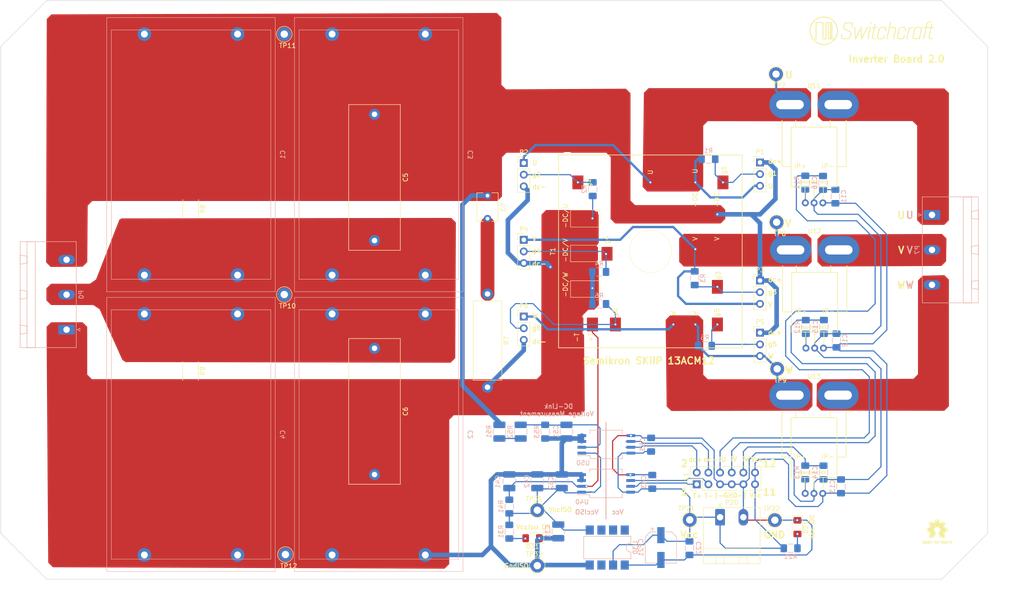
<source format=kicad_pcb>
(kicad_pcb (version 20171130) (host pcbnew "(5.0.0-3-g5ebb6b6)")
  (layers (0 F.Cu power) (1 In1.Cu signal) (2 In2.Cu signal) (31 B.Cu signal) (34 B.Paste user) (35 F.Paste user) (36 B.SilkS user) (37 F.SilkS user) (38 B.Mask user) (39 F.Mask user) (44 Edge.Cuts user))
  (net 0 "")
  (net 1 DC+)
  (net 2 "Net-(C1-Pad2)")
  (net 3 T1_g)
  (net 4 U)
  (net 5 T2_g)
  (net 6 T3_g)
  (net 7 V)
  (net 8 T5_g)
  (net 9 T4_g)
  (net 10 W)
  (net 11 T6_g)
  (net 12 GND_ISO)
  (net 13 VCC)
  (net 14 GND)
  (net 15 "Net-(C14-Pad1)")
  (net 16 "Net-(C15-Pad1)")
  (net 17 "Net-(C16-Pad1)")
  (net 18 VCC_ISO)
  (net 19 "Net-(C41-Pad1)")
  (net 20 "Net-(C51-Pad1)")
  (net 21 "Net-(D21-Pad2)")
  (net 22 "Net-(D31-Pad2)")
  (net 23 "Net-(P7-Pad1)")
  (net 24 "Net-(P7-Pad2)")
  (net 25 "Net-(P7-Pad3)")
  (net 26 "Net-(R11-Pad2)")
  (net 27 "Net-(R12-Pad2)")
  (net 28 "Net-(R13-Pad2)")
  (net 29 "Net-(R51-Pad2)")
  (net 30 "Net-(C7-Pad2)")
  (net 31 T+)
  (net 32 T-)
  (net 33 "Net-(U30-Pad8)")
  (net 34 "Net-(J11-Pad2)")
  (net 35 "Net-(J11-Pad4)")
  (module Capacitor_THT:C_Rect_L31.5mm_W11.0mm_P27.50mm_MKS4 (layer F.Cu) (at 116.4336 40.7498 270)
    (fp_text reference C5 (at 13.75 -6.75 270) (layer F.SilkS))
    (fp_text value 5uF)
    (pad 2 thru_hole circle (at 27.5 0 270) (size 2.4 2.4) (drill 1.2) (layers *.Cu *.Mask) (net 2 "Net-(C1-Pad2)"))
    (pad 1 thru_hole circle (at 0 0 270) (size 2.4 2.4) (drill 1.2) (layers *.Cu *.Mask) (net 1 DC+))
  )
  (module Capacitor_THT:C_Rect_L31.5mm_W11.0mm_P27.50mm_MKS4 (layer F.Cu) (at 116.4336 91.7194 270)
    (fp_text reference C6 (at 13.75 -6.75 270) (layer F.SilkS))
    (fp_text value 5uF)
    (pad 1 thru_hole circle (at 0 0 270) (size 2.4 2.4) (drill 1.2) (layers *.Cu *.Mask) (net 2 "Net-(C1-Pad2)"))
    (pad 2 thru_hole circle (at 27.5 0 270) (size 2.4 2.4) (drill 1.2) (layers *.Cu *.Mask) (net 12 GND_ISO))
  )
  (module TestPoint:TestPoint_Loop_D2.60mm_Drill1.6mm_Beaded (layer F.Cu) (at 204.0255 64.262)
    (fp_text reference TP8 (at 0.7 2.5) (layer F.SilkS))
    (fp_text value TEST)
    (pad 1 thru_hole circle (at 0 0) (size 3 3) (drill 1.6) (layers *.Cu *.Mask) (net 7 V))
  )
  (module TestPoint:TestPoint_Loop_D2.60mm_Drill1.6mm_Beaded (layer F.Cu) (at 204.1525 96.2025)
    (fp_text reference TP9 (at 0.7 2.5) (layer F.SilkS))
    (fp_text value TEST)
    (pad 1 thru_hole circle (at 0 0) (size 3 3) (drill 1.6) (layers *.Cu *.Mask) (net 10 W))
  )
  (module TestPoint:TestPoint_Loop_D2.60mm_Drill1.6mm_Beaded (layer F.Cu) (at 96.774 80.01)
    (fp_text reference TP10 (at 0.7 2.5) (layer F.SilkS))
    (fp_text value DC_MID)
    (pad 1 thru_hole circle (at 0 0) (size 3 3) (drill 1.6) (layers *.Cu *.Mask) (net 2 "Net-(C1-Pad2)"))
  )
  (module TestPoint:TestPoint_Loop_D2.60mm_Drill1.6mm_Beaded (layer F.Cu) (at 96.774 23.2918)
    (fp_text reference TP11 (at 0.7 2.5) (layer F.SilkS))
    (fp_text value DC+)
    (pad 1 thru_hole circle (at 0 0) (size 3 3) (drill 1.6) (layers *.Cu *.Mask) (net 1 DC+))
  )
  (module TestPoint:TestPoint_Loop_D2.60mm_Drill1.6mm_Beaded (layer F.Cu) (at 97.028 136.652)
    (fp_text reference TP12 (at 0.7 2.5) (layer F.SilkS))
    (fp_text value DC-)
    (pad 1 thru_hole circle (at 0 0) (size 3 3) (drill 1.6) (layers *.Cu *.Mask) (net 12 GND_ISO))
  )
  (module TestPoint:TestPoint_Loop_D2.60mm_Drill1.6mm_Beaded (layer F.Cu) (at 185.1025 129.0955 180)
    (fp_text reference TP21 (at 0.7 2.5 180) (layer F.SilkS))
    (fp_text value VCC)
    (pad 1 thru_hole circle (at 0 0 180) (size 3 3) (drill 1.6) (layers *.Cu *.Mask) (net 13 VCC))
  )
  (module TestPoint:TestPoint_Loop_D2.60mm_Drill1.6mm_Beaded (layer F.Cu) (at 203.6445 129.159 180)
    (fp_text reference TP22 (at 0.7 2.5 180) (layer F.SilkS))
    (fp_text value GND)
    (pad 1 thru_hole circle (at 0 0 180) (size 3 3) (drill 1.6) (layers *.Cu *.Mask) (net 14 GND))
  )
  (module TestPoint:TestPoint_Loop_D2.60mm_Drill1.6mm_Beaded (layer F.Cu) (at 151.892 127 180)
    (fp_text reference TP31 (at 0.7 2.5 180) (layer F.SilkS))
    (fp_text value VCC_ISO)
    (pad 1 thru_hole circle (at 0 0 180) (size 3 3) (drill 1.6) (layers *.Cu *.Mask) (net 18 VCC_ISO))
  )
  (module TestPoint:TestPoint_Loop_D2.60mm_Drill1.6mm_Beaded (layer F.Cu) (at 151.892 139.065 180)
    (fp_text reference TP32 (at 0.7 2.5 180) (layer F.SilkS))
    (fp_text value GND_ISO)
    (pad 1 thru_hole circle (at 0 0 180) (size 3 3) (drill 1.6) (layers *.Cu *.Mask) (net 12 GND_ISO))
  )
  (module Capacitor_THT:C_Disc_D6.0mm_W4.4mm_P5.00mm (layer F.Cu) (at 141.0462 58.4708 270)
    (fp_text reference C7 (at 2.5 -3.45 270) (layer F.SilkS))
    (fp_text value 22pF)
    (pad 1 thru_hole circle (at 0 0 270) (size 1.6 1.6) (drill 0.8) (layers *.Cu *.Mask) (net 1 DC+))
    (pad 2 thru_hole circle (at 5 0 270) (size 1.6 1.6) (drill 0.8) (layers *.Cu *.Mask) (net 30 "Net-(C7-Pad2)"))
  )
  (module Resistor_THT:R_Axial_DIN0617_L17.0mm_D6.0mm_P20.32mm_Horizontal (layer F.Cu) (at 141.0462 79.883 270)
    (fp_text reference R7 (at 10.16 -4.12 270) (layer F.SilkS))
    (fp_text value 5)
    (pad 1 thru_hole circle (at 0 0 270) (size 2.4 2.4) (drill 1.2) (layers *.Cu *.Mask) (net 30 "Net-(C7-Pad2)"))
    (pad 2 thru_hole oval (at 20.32 0 270) (size 2.4 2.4) (drill 1.2) (layers *.Cu *.Mask) (net 12 GND_ISO))
  )
  (module TestPoint:TestPoint_Loop_D2.60mm_Drill1.6mm_Beaded (layer F.Cu) (at 203.8985 32.004)
    (fp_text reference TP7 (at 0.7 2.5) (layer F.SilkS))
    (fp_text value TEST)
    (pad 1 thru_hole circle (at 0 0) (size 3 3) (drill 1.6) (layers *.Cu *.Mask) (net 4 U))
  )
  (module Capacitor_SMD:CP_Elec_6.3x7.7 (layer B.Cu) (at 178.816 135.128 270)
    (fp_text reference CP21 (at 0 4.35 270) (layer B.SilkS) (effects (justify mirror)))
    (fp_text value 10uF)
    (pad 1 smd rect (at -2.7 0 270) (size 3.5 1.6) (layers B.Cu B.Paste B.Mask) (net 13 VCC))
    (pad 2 smd rect (at 2.7 0 270) (size 3.5 1.6) (layers B.Cu B.Paste B.Mask) (net 14 GND))
  )
  (module Package_SO:SSO-8_6.8x5.9mm_P1.27mm_Clearance8mm (layer B.Cu) (at 166.878 121.158)
    (fp_text reference U40 (at -5.2324 4.0386) (layer B.SilkS) (effects (justify mirror)))
    (fp_text value ACPL-C87B)
    (pad 8 smd rect (at 5.3475 1.905) (size 1.905 0.64) (layers B.Cu B.Paste B.Mask) (net 13 VCC))
    (pad 7 smd rect (at 5.3475 0.635) (size 1.905 0.64) (layers B.Cu B.Paste B.Mask) (net 31 T+))
    (pad 6 smd rect (at 5.3475 -0.635) (size 1.905 0.64) (layers B.Cu B.Paste B.Mask) (net 32 T-))
    (pad 5 smd rect (at 5.3475 -1.905) (size 1.905 0.64) (layers B.Cu B.Paste B.Mask) (net 14 GND))
    (pad 4 smd rect (at -5.3475 -1.905) (size 1.905 0.64) (layers B.Cu B.Paste B.Mask) (net 12 GND_ISO))
    (pad 3 smd rect (at -5.3475 -0.635) (size 1.905 0.64) (layers B.Cu B.Paste B.Mask) (net 12 GND_ISO))
    (pad 2 smd rect (at -5.3475 0.635) (size 1.905 0.64) (layers B.Cu B.Paste B.Mask) (net 19 "Net-(C41-Pad1)"))
    (pad 1 smd rect (at -5.3475 1.905) (size 1.905 0.64) (layers B.Cu B.Paste B.Mask) (net 18 VCC_ISO))
  )
  (module Package_SO:SSO-8_6.8x5.9mm_P1.27mm_Clearance8mm (layer B.Cu) (at 166.9415 112.649)
    (fp_text reference U50 (at -5.0673 4.064) (layer B.SilkS) (effects (justify mirror)))
    (fp_text value ACPL-C87B)
    (pad 1 smd rect (at -5.3475 1.905) (size 1.905 0.64) (layers B.Cu B.Paste B.Mask) (net 18 VCC_ISO))
    (pad 2 smd rect (at -5.3475 0.635) (size 1.905 0.64) (layers B.Cu B.Paste B.Mask) (net 20 "Net-(C51-Pad1)"))
    (pad 3 smd rect (at -5.3475 -0.635) (size 1.905 0.64) (layers B.Cu B.Paste B.Mask) (net 12 GND_ISO))
    (pad 4 smd rect (at -5.3475 -1.905) (size 1.905 0.64) (layers B.Cu B.Paste B.Mask) (net 12 GND_ISO))
    (pad 5 smd rect (at 5.3475 -1.905) (size 1.905 0.64) (layers B.Cu B.Paste B.Mask) (net 14 GND))
    (pad 6 smd rect (at 5.3475 -0.635) (size 1.905 0.64) (layers B.Cu B.Paste B.Mask) (net 35 "Net-(J11-Pad4)"))
    (pad 7 smd rect (at 5.3475 0.635) (size 1.905 0.64) (layers B.Cu B.Paste B.Mask) (net 34 "Net-(J11-Pad2)"))
    (pad 8 smd rect (at 5.3475 1.905) (size 1.905 0.64) (layers B.Cu B.Paste B.Mask) (net 13 VCC))
  )
  (module Connector_PinHeader_2.54mm:PinHeader_1x03_P2.54mm_Vertical (layer F.Cu) (at 200.406 76.962)
    (fp_text reference P3 (at 0 -2.33) (layer F.SilkS))
    (fp_text value CONN_01X03)
    (pad 3 thru_hole oval (at 0 5.08) (size 1.7 1.7) (drill 1) (layers *.Cu *.Mask) (net 7 V))
    (pad 2 thru_hole oval (at 0 2.54) (size 1.7 1.7) (drill 1) (layers *.Cu *.Mask) (net 6 T3_g))
    (pad 1 thru_hole rect (at 0 0) (size 1.7 1.7) (drill 1) (layers *.Cu *.Mask) (net 1 DC+))
  )
  (module Capacitor_SMD:C_1210_3225Metric_Pad1.42x2.65mm_HandSolder (layer B.Cu) (at 158.242 109.882 270)
    (fp_text reference C51 (at 0 2.28 270) (layer B.SilkS) (effects (justify mirror)))
    (fp_text value 100pF)
    (pad 1 smd roundrect (at -1.4875 0 270) (size 1.425 2.65) (layers B.Cu B.Paste B.Mask) (roundrect_rratio 0.175439) (net 20 "Net-(C51-Pad1)"))
    (pad 2 smd roundrect (at 1.4875 0 270) (size 1.425 2.65) (layers B.Cu B.Paste B.Mask) (roundrect_rratio 0.175439) (net 12 GND_ISO))
  )
  (module Resistor_SMD:R_1210_3225Metric_Pad1.42x2.65mm_HandSolder (layer B.Cu) (at 143.637 109.882 270)
    (fp_text reference R51 (at 0 2.28 270) (layer B.SilkS) (effects (justify mirror)))
    (fp_text value 2.7M)
    (pad 2 smd roundrect (at 1.4875 0 270) (size 1.425 2.65) (layers B.Cu B.Paste B.Mask) (roundrect_rratio 0.175439) (net 29 "Net-(R51-Pad2)"))
    (pad 1 smd roundrect (at -1.4875 0 270) (size 1.425 2.65) (layers B.Cu B.Paste B.Mask) (roundrect_rratio 0.175439) (net 1 DC+))
  )
  (module Capacitor_SMD:C_1206_3216Metric_Pad1.42x1.75mm_HandSolder (layer B.Cu) (at 176.6824 112.7252 90)
    (fp_text reference C53 (at 0.0762 -1.8542 90) (layer B.SilkS) (effects (justify mirror)))
    (fp_text value 100nF)
    (pad 1 smd roundrect (at -1.4875 0 90) (size 1.425 1.75) (layers B.Cu B.Paste B.Mask) (roundrect_rratio 0.175439) (net 13 VCC))
    (pad 2 smd roundrect (at 1.4875 0 90) (size 1.425 1.75) (layers B.Cu B.Paste B.Mask) (roundrect_rratio 0.175439) (net 14 GND))
  )
  (module Connector_Phoenix_MSTB:PhoenixContact_MSTBA_2,5_2-G-5,08_1x02_P5.08mm_Horizontal (layer F.Cu) (at 191.7065 128.524)
    (fp_text reference P20 (at 2.54 -3.2) (layer F.SilkS))
    (fp_text value CONN_01X02)
    (pad 1 thru_hole roundrect (at 0 0) (size 2.08 3.6) (drill 1.4) (layers *.Cu *.Mask) (roundrect_rratio 0.120192) (net 13 VCC))
    (pad 2 thru_hole oval (at 5.08 0) (size 2.08 3.6) (drill 1.4) (layers *.Cu *.Mask) (net 14 GND))
  )
  (module Allegro:ACS758LCB-050B-PFF-T (layer F.Cu) (at 212.190863 60.041266)
    (fp_text reference U11 (at 0 -25.5) (layer F.SilkS))
    (fp_text value ACS758xCB-PFF)
    (fp_text user IP+ (at -3 -8) (layer F.SilkS))
    (fp_text user IP- (at 3 -8) (layer F.SilkS))
    (fp_text user VIOUT (at -2 -4.5) (layer F.SilkS) (effects (font (size 0.5 0.5) (thickness 0.125))))
    (fp_text user GND (at 0 -4.5) (layer F.SilkS) (effects (font (size 0.5 0.5) (thickness 0.125))))
    (fp_text user VCC (at 2 -4.5) (layer F.SilkS) (effects (font (size 0.5 0.5) (thickness 0.125))))
    (pad 4 thru_hole circle (at 0 0) (size 1.5 1.5) (drill 0.8) (layers *.Cu *.Mask) (net 14 GND))
    (pad 1 thru_hole oval (at -5.25 -21.4) (size 9 6) (drill oval 6 2) (layers *.Cu *.Mask) (net 4 U))
    (pad 2 thru_hole oval (at 5.25 -21.4) (size 9 6) (drill oval 6 2) (layers *.Cu *.Mask) (net 23 "Net-(P7-Pad1)"))
    (pad 3 thru_hole circle (at -1.91 0) (size 1.5 1.5) (drill 0.8) (layers *.Cu *.Mask) (net 26 "Net-(R11-Pad2)"))
    (pad 5 thru_hole circle (at 1.91 0) (size 1.5 1.5) (drill 0.8) (layers *.Cu *.Mask) (net 13 VCC))
  )
  (module Capacitor_SMD:C_1206_3216Metric_Pad1.42x1.75mm_HandSolder (layer B.Cu) (at 214.1347 55.6784 270)
    (fp_text reference C16 (at 0 1.82 270) (layer B.SilkS) (effects (justify mirror)))
    (fp_text value 100nF)
    (pad 1 smd roundrect (at -1.4875 0 270) (size 1.425 1.75) (layers B.Cu B.Paste B.Mask) (roundrect_rratio 0.175439) (net 17 "Net-(C16-Pad1)"))
    (pad 2 smd roundrect (at 1.4875 0 270) (size 1.425 1.75) (layers B.Cu B.Paste B.Mask) (roundrect_rratio 0.175439) (net 14 GND))
  )
  (module Panasonic:Panasonic_EZPE80506MTA (layer B.Cu) (at 76.452 110.49 270)
    (fp_text reference C4 (at 0 -20 270) (layer B.SilkS) (effects (justify mirror)))
    (fp_text value 50uF)
    (pad 1 thru_hole circle (at -26.25 -10.15 270) (size 3 3) (drill 1.5) (layers *.Cu *.Mask) (net 2 "Net-(C1-Pad2)"))
    (pad 1 thru_hole circle (at -26.25 10.15 270) (size 3 3) (drill 1.5) (layers *.Cu *.Mask) (net 2 "Net-(C1-Pad2)"))
    (pad 2 thru_hole circle (at 26.25 10.15 270) (size 3 3) (drill 1.5) (layers *.Cu *.Mask) (net 12 GND_ISO))
    (pad 2 thru_hole circle (at 26.25 -10.15 270) (size 3 3) (drill 1.5) (layers *.Cu *.Mask) (net 12 GND_ISO))
  )
  (module Connector_PinHeader_2.54mm:PinHeader_1x03_P2.54mm_Vertical (layer F.Cu) (at 200.406 51.2445)
    (fp_text reference P1 (at 0 -2.33) (layer F.SilkS))
    (fp_text value CONN_01X03)
    (pad 3 thru_hole oval (at 0 5.08) (size 1.7 1.7) (drill 1) (layers *.Cu *.Mask) (net 4 U))
    (pad 2 thru_hole oval (at 0 2.54) (size 1.7 1.7) (drill 1) (layers *.Cu *.Mask) (net 3 T1_g))
    (pad 1 thru_hole rect (at 0 0) (size 1.7 1.7) (drill 1) (layers *.Cu *.Mask) (net 1 DC+))
  )
  (module Capacitor_SMD:C_1210_3225Metric_Pad1.42x2.65mm_HandSolder (layer B.Cu) (at 151.892 120.6865 270)
    (fp_text reference C42 (at 0 2.28 270) (layer B.SilkS) (effects (justify mirror)))
    (fp_text value 100nF)
    (pad 1 smd roundrect (at -1.4875 0 270) (size 1.425 2.65) (layers B.Cu B.Paste B.Mask) (roundrect_rratio 0.175439) (net 12 GND_ISO))
    (pad 2 smd roundrect (at 1.4875 0 270) (size 1.425 2.65) (layers B.Cu B.Paste B.Mask) (roundrect_rratio 0.175439) (net 18 VCC_ISO))
  )
  (module Package_DIP:SMDIP-8_W7.62mm (layer B.Cu) (at 167.132 135.128 90)
    (fp_text reference U30 (at 0 6.14 90) (layer B.SilkS) (effects (justify mirror)))
    (fp_text value ISE0505A-H)
    (pad 1 smd rect (at -3.81 3.81 90) (size 2 1.78) (layers B.Cu B.Paste B.Mask) (net 14 GND))
    (pad 5 smd rect (at 3.81 -3.81 90) (size 2 1.78) (layers B.Cu B.Paste B.Mask) (net 18 VCC_ISO))
    (pad 2 smd rect (at -3.81 1.27 90) (size 2 1.78) (layers B.Cu B.Paste B.Mask) (net 13 VCC))
    (pad 6 smd rect (at 3.81 -1.27 90) (size 2 1.78) (layers B.Cu B.Paste B.Mask))
    (pad 3 smd rect (at -3.81 -1.27 90) (size 2 1.78) (layers B.Cu B.Paste B.Mask))
    (pad 7 smd rect (at 3.81 1.27 90) (size 2 1.78) (layers B.Cu B.Paste B.Mask))
    (pad 4 smd rect (at -3.81 -3.81 90) (size 2 1.78) (layers B.Cu B.Paste B.Mask) (net 12 GND_ISO))
    (pad 8 smd rect (at 3.81 3.81 90) (size 2 1.78) (layers B.Cu B.Paste B.Mask) (net 33 "Net-(U30-Pad8)"))
  )
  (module Connector_PinHeader_2.54mm:PinHeader_1x03_P2.54mm_Vertical (layer F.Cu) (at 148.9456 51.362)
    (fp_text reference P2 (at 0 -2.33) (layer F.SilkS))
    (fp_text value CONN_01X03)
    (pad 1 thru_hole rect (at 0 0) (size 1.7 1.7) (drill 1) (layers *.Cu *.Mask) (net 4 U))
    (pad 2 thru_hole oval (at 0 2.54) (size 1.7 1.7) (drill 1) (layers *.Cu *.Mask) (net 5 T2_g))
    (pad 3 thru_hole oval (at 0 5.08) (size 1.7 1.7) (drill 1) (layers *.Cu *.Mask) (net 12 GND_ISO))
  )
  (module Connector_PinHeader_2.54mm:PinHeader_1x03_P2.54mm_Vertical (layer F.Cu) (at 148.9456 68.087)
    (fp_text reference P4 (at 0 -2.33) (layer F.SilkS))
    (fp_text value CONN_01X03)
    (pad 1 thru_hole rect (at 0 0) (size 1.7 1.7) (drill 1) (layers *.Cu *.Mask) (net 7 V))
    (pad 2 thru_hole oval (at 0 2.54) (size 1.7 1.7) (drill 1) (layers *.Cu *.Mask) (net 9 T4_g))
    (pad 3 thru_hole oval (at 0 5.08) (size 1.7 1.7) (drill 1) (layers *.Cu *.Mask) (net 12 GND_ISO))
  )
  (module Connector_PinHeader_2.54mm:PinHeader_1x03_P2.54mm_Vertical (layer F.Cu) (at 200.406 88.3285)
    (fp_text reference P5 (at 0 -2.33) (layer F.SilkS))
    (fp_text value CONN_01X03)
    (pad 3 thru_hole oval (at 0 5.08) (size 1.7 1.7) (drill 1) (layers *.Cu *.Mask) (net 10 W))
    (pad 2 thru_hole oval (at 0 2.54) (size 1.7 1.7) (drill 1) (layers *.Cu *.Mask) (net 8 T5_g))
    (pad 1 thru_hole rect (at 0 0) (size 1.7 1.7) (drill 1) (layers *.Cu *.Mask) (net 1 DC+))
  )
  (module Connector_PinHeader_2.54mm:PinHeader_1x03_P2.54mm_Vertical (layer F.Cu) (at 148.9456 84.812)
    (fp_text reference P6 (at 0 -2.33) (layer F.SilkS))
    (fp_text value CONN_01X03)
    (pad 1 thru_hole rect (at 0 0) (size 1.7 1.7) (drill 1) (layers *.Cu *.Mask) (net 10 W))
    (pad 2 thru_hole oval (at 0 2.54) (size 1.7 1.7) (drill 1) (layers *.Cu *.Mask) (net 11 T6_g))
    (pad 3 thru_hole oval (at 0 5.08) (size 1.7 1.7) (drill 1) (layers *.Cu *.Mask) (net 12 GND_ISO))
  )
  (module Capacitor_SMD:C_1206_3216Metric_Pad1.42x1.75mm_HandSolder (layer B.Cu) (at 216.8271 58.647 90)
    (fp_text reference C11 (at 0 1.82 90) (layer B.SilkS) (effects (justify mirror)))
    (fp_text value 100nF)
    (pad 2 smd roundrect (at 1.4875 0 90) (size 1.425 1.75) (layers B.Cu B.Paste B.Mask) (roundrect_rratio 0.175439) (net 14 GND))
    (pad 1 smd roundrect (at -1.4875 0 90) (size 1.425 1.75) (layers B.Cu B.Paste B.Mask) (roundrect_rratio 0.175439) (net 13 VCC))
  )
  (module Capacitor_SMD:C_1206_3216Metric_Pad1.42x1.75mm_HandSolder (layer B.Cu) (at 217.0684 90.0319 90)
    (fp_text reference C12 (at 0 1.82 90) (layer B.SilkS) (effects (justify mirror)))
    (fp_text value 100nF)
    (pad 1 smd roundrect (at -1.4875 0 90) (size 1.425 1.75) (layers B.Cu B.Paste B.Mask) (roundrect_rratio 0.175439) (net 13 VCC))
    (pad 2 smd roundrect (at 1.4875 0 90) (size 1.425 1.75) (layers B.Cu B.Paste B.Mask) (roundrect_rratio 0.175439) (net 14 GND))
  )
  (module Capacitor_SMD:C_1206_3216Metric_Pad1.42x1.75mm_HandSolder (layer B.Cu) (at 218.0463 121.7914 90)
    (fp_text reference C13 (at -0.027 -1.8415 90) (layer B.SilkS) (effects (justify mirror)))
    (fp_text value 100nF)
    (pad 2 smd roundrect (at 1.4875 0 90) (size 1.425 1.75) (layers B.Cu B.Paste B.Mask) (roundrect_rratio 0.175439) (net 14 GND))
    (pad 1 smd roundrect (at -1.4875 0 90) (size 1.425 1.75) (layers B.Cu B.Paste B.Mask) (roundrect_rratio 0.175439) (net 13 VCC))
  )
  (module Capacitor_SMD:C_1206_3216Metric_Pad1.42x1.75mm_HandSolder (layer B.Cu) (at 214.2363 118.7847 270)
    (fp_text reference C14 (at 0 1.82 270) (layer B.SilkS) (effects (justify mirror)))
    (fp_text value 100nF)
    (pad 1 smd roundrect (at -1.4875 0 270) (size 1.425 1.75) (layers B.Cu B.Paste B.Mask) (roundrect_rratio 0.175439) (net 15 "Net-(C14-Pad1)"))
    (pad 2 smd roundrect (at 1.4875 0 270) (size 1.425 1.75) (layers B.Cu B.Paste B.Mask) (roundrect_rratio 0.175439) (net 14 GND))
  )
  (module Capacitor_SMD:C_1206_3216Metric_Pad1.42x1.75mm_HandSolder (layer B.Cu) (at 214.3252 87.0601 270)
    (fp_text reference C15 (at 0 1.82 270) (layer B.SilkS) (effects (justify mirror)))
    (fp_text value 100nF)
    (pad 2 smd roundrect (at 1.4875 0 270) (size 1.425 1.75) (layers B.Cu B.Paste B.Mask) (roundrect_rratio 0.175439) (net 14 GND))
    (pad 1 smd roundrect (at -1.4875 0 270) (size 1.425 1.75) (layers B.Cu B.Paste B.Mask) (roundrect_rratio 0.175439) (net 16 "Net-(C15-Pad1)"))
  )
  (module Capacitor_SMD:C_1206_3216Metric_Pad1.42x1.75mm_HandSolder (layer B.Cu) (at 185.039 135.255 270)
    (fp_text reference C22 (at -0.0254 -2.032 270) (layer B.SilkS) (effects (justify mirror)))
    (fp_text value 10nF)
    (pad 2 smd roundrect (at 1.4875 0 270) (size 1.425 1.75) (layers B.Cu B.Paste B.Mask) (roundrect_rratio 0.175439) (net 14 GND))
    (pad 1 smd roundrect (at -1.4875 0 270) (size 1.425 1.75) (layers B.Cu B.Paste B.Mask) (roundrect_rratio 0.175439) (net 13 VCC))
  )
  (module Capacitor_SMD:C_1206_3216Metric_Pad1.42x1.75mm_HandSolder (layer B.Cu) (at 176.9364 120.8167 270)
    (fp_text reference C43 (at 0 1.82 270) (layer B.SilkS) (effects (justify mirror)))
    (fp_text value 100nF)
    (pad 1 smd roundrect (at -1.4875 0 270) (size 1.425 1.75) (layers B.Cu B.Paste B.Mask) (roundrect_rratio 0.175439) (net 14 GND))
    (pad 2 smd roundrect (at 1.4875 0 270) (size 1.425 1.75) (layers B.Cu B.Paste B.Mask) (roundrect_rratio 0.175439) (net 13 VCC))
  )
  (module Capacitor_SMD:C_1210_3225Metric_Pad1.42x2.65mm_HandSolder (layer B.Cu) (at 156.464 131.6085 270)
    (fp_text reference C31 (at 0 2.28 270) (layer B.SilkS) (effects (justify mirror)))
    (fp_text value 10uF)
    (pad 1 smd roundrect (at -1.4875 0 270) (size 1.425 2.65) (layers B.Cu B.Paste B.Mask) (roundrect_rratio 0.175439) (net 18 VCC_ISO))
    (pad 2 smd roundrect (at 1.4875 0 270) (size 1.425 2.65) (layers B.Cu B.Paste B.Mask) (roundrect_rratio 0.175439) (net 12 GND_ISO))
  )
  (module Capacitor_SMD:C_1210_3225Metric_Pad1.42x2.65mm_HandSolder (layer B.Cu) (at 157.226 120.6865 90)
    (fp_text reference C52 (at -0.3445 -2.3622 270) (layer B.SilkS) (effects (justify mirror)))
    (fp_text value 100nF)
    (pad 2 smd roundrect (at 1.4875 0 90) (size 1.425 2.65) (layers B.Cu B.Paste B.Mask) (roundrect_rratio 0.175439) (net 12 GND_ISO))
    (pad 1 smd roundrect (at -1.4875 0 90) (size 1.425 2.65) (layers B.Cu B.Paste B.Mask) (roundrect_rratio 0.175439) (net 18 VCC_ISO))
  )
  (module Capacitor_SMD:C_1210_3225Metric_Pad1.42x2.65mm_HandSolder (layer B.Cu) (at 145.796 120.6865 90)
    (fp_text reference C41 (at -0.1159 -2.54 90) (layer B.SilkS) (effects (justify mirror)))
    (fp_text value 100pF)
    (pad 2 smd roundrect (at 1.4875 0 90) (size 1.425 2.65) (layers B.Cu B.Paste B.Mask) (roundrect_rratio 0.175439) (net 12 GND_ISO))
    (pad 1 smd roundrect (at -1.4875 0 90) (size 1.425 2.65) (layers B.Cu B.Paste B.Mask) (roundrect_rratio 0.175439) (net 19 "Net-(C41-Pad1)"))
  )
  (module Connector_Phoenix_GMSTB:PhoenixContact_GMSTBA_2,5_3-G-7,62_1x03_P7.62mm_Horizontal (layer B.Cu) (at 49.3522 87.6554 90)
    (fp_text reference P0 (at 7.62 3.2 90) (layer B.SilkS) (effects (justify mirror)))
    (fp_text value CONN_01X03)
    (pad 3 thru_hole oval (at 15.24 0 90) (size 2.1 3.6) (drill 1.4) (layers *.Cu *.Mask) (net 1 DC+))
    (pad 2 thru_hole oval (at 7.62 0 90) (size 2.1 3.6) (drill 1.4) (layers *.Cu *.Mask) (net 2 "Net-(C1-Pad2)"))
    (pad 1 thru_hole roundrect (at 0 0 90) (size 2.1 3.6) (drill 1.4) (layers *.Cu *.Mask) (roundrect_rratio 0.119048) (net 12 GND_ISO))
  )
  (module Connector_Phoenix_GMSTB:PhoenixContact_GMSTBA_2,5_3-G-7,62_1x03_P7.62mm_Horizontal (layer B.Cu) (at 237.871 62.6618 270)
    (fp_text reference P7 (at 7.62 3.2 270) (layer B.SilkS) (effects (justify mirror)))
    (fp_text value CONN_01X03)
    (pad 1 thru_hole roundrect (at 0 0 270) (size 2.1 3.6) (drill 1.4) (layers *.Cu *.Mask) (roundrect_rratio 0.119048) (net 23 "Net-(P7-Pad1)"))
    (pad 2 thru_hole oval (at 7.62 0 270) (size 2.1 3.6) (drill 1.4) (layers *.Cu *.Mask) (net 24 "Net-(P7-Pad2)"))
    (pad 3 thru_hole oval (at 15.24 0 270) (size 2.1 3.6) (drill 1.4) (layers *.Cu *.Mask) (net 25 "Net-(P7-Pad3)"))
  )
  (module Connector_PinHeader_2.54mm:PinHeader_2x06_P2.54mm_Vertical (layer F.Cu) (at 186.6265 121.3485 90)
    (fp_text reference J11 (at 1.27 -2.33 90) (layer F.SilkS))
    (fp_text value CONN_02X06)
    (pad 1 thru_hole rect (at 0 0 90) (size 1.7 1.7) (drill 1) (layers *.Cu *.Mask) (net 31 T+))
    (pad 2 thru_hole oval (at 2.54 0 90) (size 1.7 1.7) (drill 1) (layers *.Cu *.Mask) (net 34 "Net-(J11-Pad2)"))
    (pad 3 thru_hole oval (at 0 2.54 90) (size 1.7 1.7) (drill 1) (layers *.Cu *.Mask) (net 32 T-))
    (pad 4 thru_hole oval (at 2.54 2.54 90) (size 1.7 1.7) (drill 1) (layers *.Cu *.Mask) (net 35 "Net-(J11-Pad4)"))
    (pad 5 thru_hole oval (at 0 5.08 90) (size 1.7 1.7) (drill 1) (layers *.Cu *.Mask) (net 14 GND))
    (pad 6 thru_hole oval (at 2.54 5.08 90) (size 1.7 1.7) (drill 1) (layers *.Cu *.Mask) (net 17 "Net-(C16-Pad1)"))
    (pad 7 thru_hole oval (at 0 7.62 90) (size 1.7 1.7) (drill 1) (layers *.Cu *.Mask) (net 14 GND))
    (pad 8 thru_hole oval (at 2.54 7.62 90) (size 1.7 1.7) (drill 1) (layers *.Cu *.Mask) (net 16 "Net-(C15-Pad1)"))
    (pad 9 thru_hole oval (at 0 10.16 90) (size 1.7 1.7) (drill 1) (layers *.Cu *.Mask) (net 14 GND))
    (pad 10 thru_hole oval (at 2.54 10.16 90) (size 1.7 1.7) (drill 1) (layers *.Cu *.Mask) (net 15 "Net-(C14-Pad1)"))
    (pad 11 thru_hole oval (at 0 12.7 90) (size 1.7 1.7) (drill 1) (layers *.Cu *.Mask) (net 13 VCC))
    (pad 12 thru_hole oval (at 2.54 12.7 90) (size 1.7 1.7) (drill 1) (layers *.Cu *.Mask) (net 13 VCC))
  )
  (module LED_SMD:LED_1206_3216Metric_Pad1.42x1.75mm_HandSolder (layer F.Cu) (at 208.558791 130.682887 270)
    (fp_text reference D21 (at 0 -1.82 270) (layer F.SilkS))
    (fp_text value GREEN)
    (pad 2 smd roundrect (at 1.4875 0 270) (size 1.425 1.75) (layers F.Cu F.Paste F.Mask) (roundrect_rratio 0.175439) (net 21 "Net-(D21-Pad2)"))
    (pad 1 smd roundrect (at -1.4875 0 270) (size 1.425 1.75) (layers F.Cu F.Paste F.Mask) (roundrect_rratio 0.175439) (net 14 GND))
  )
  (module LED_SMD:LED_1206_3216Metric_Pad1.42x1.75mm_HandSolder (layer F.Cu) (at 150.849 133.096 180)
    (fp_text reference D31 (at 0 -1.82 180) (layer F.SilkS))
    (fp_text value GREEN)
    (pad 1 smd roundrect (at -1.4875 0 180) (size 1.425 1.75) (layers F.Cu F.Paste F.Mask) (roundrect_rratio 0.175439) (net 12 GND_ISO))
    (pad 2 smd roundrect (at 1.4875 0 180) (size 1.425 1.75) (layers F.Cu F.Paste F.Mask) (roundrect_rratio 0.175439) (net 22 "Net-(D31-Pad2)"))
  )
  (module Resistor_SMD:R_1206_3216Metric_Pad1.42x1.75mm_HandSolder (layer B.Cu) (at 189.1649 50.4952 180)
    (fp_text reference R1 (at 0 1.82 180) (layer B.SilkS) (effects (justify mirror)))
    (fp_text value 100k)
    (pad 1 smd roundrect (at -1.4875 0 180) (size 1.425 1.75) (layers B.Cu B.Paste B.Mask) (roundrect_rratio 0.175439) (net 3 T1_g))
    (pad 2 smd roundrect (at 1.4875 0 180) (size 1.425 1.75) (layers B.Cu B.Paste B.Mask) (roundrect_rratio 0.175439) (net 4 U))
  )
  (module Resistor_SMD:R_1206_3216Metric_Pad1.42x1.75mm_HandSolder (layer B.Cu) (at 163.957 57.055 270)
    (fp_text reference R2 (at 0 1.82 270) (layer B.SilkS) (effects (justify mirror)))
    (fp_text value 100k)
    (pad 2 smd roundrect (at 1.4875 0 270) (size 1.425 1.75) (layers B.Cu B.Paste B.Mask) (roundrect_rratio 0.175439) (net 12 GND_ISO))
    (pad 1 smd roundrect (at -1.4875 0 270) (size 1.425 1.75) (layers B.Cu B.Paste B.Mask) (roundrect_rratio 0.175439) (net 5 T2_g))
  )
  (module Resistor_SMD:R_1206_3216Metric_Pad1.42x1.75mm_HandSolder (layer B.Cu) (at 186.182 76.454 90)
    (fp_text reference R3 (at 0 1.82 90) (layer B.SilkS) (effects (justify mirror)))
    (fp_text value 100k)
    (pad 1 smd roundrect (at -1.4875 0 90) (size 1.425 1.75) (layers B.Cu B.Paste B.Mask) (roundrect_rratio 0.175439) (net 6 T3_g))
    (pad 2 smd roundrect (at 1.4875 0 90) (size 1.425 1.75) (layers B.Cu B.Paste B.Mask) (roundrect_rratio 0.175439) (net 7 V))
  )
  (module Resistor_SMD:R_1206_3216Metric_Pad1.42x1.75mm_HandSolder (layer B.Cu) (at 188.4045 91.186 180)
    (fp_text reference R5 (at 0 1.82 180) (layer B.SilkS) (effects (justify mirror)))
    (fp_text value 100k)
    (pad 2 smd roundrect (at 1.4875 0 180) (size 1.425 1.75) (layers B.Cu B.Paste B.Mask) (roundrect_rratio 0.175439) (net 10 W))
    (pad 1 smd roundrect (at -1.4875 0 180) (size 1.425 1.75) (layers B.Cu B.Paste B.Mask) (roundrect_rratio 0.175439) (net 8 T5_g))
  )
  (module Resistor_SMD:R_1206_3216Metric_Pad1.42x1.75mm_HandSolder (layer B.Cu) (at 165.3794 82.0674 180)
    (fp_text reference R6 (at 0 1.82 180) (layer B.SilkS) (effects (justify mirror)))
    (fp_text value 100k)
    (pad 1 smd roundrect (at -1.4875 0 180) (size 1.425 1.75) (layers B.Cu B.Paste B.Mask) (roundrect_rratio 0.175439) (net 11 T6_g))
    (pad 2 smd roundrect (at 1.4875 0 180) (size 1.425 1.75) (layers B.Cu B.Paste B.Mask) (roundrect_rratio 0.175439) (net 12 GND_ISO))
  )
  (module Resistor_SMD:R_1206_3216Metric_Pad1.42x1.75mm_HandSolder (layer B.Cu) (at 165.3794 75.0824 180)
    (fp_text reference R4 (at 0 1.82 180) (layer B.SilkS) (effects (justify mirror)))
    (fp_text value 100k)
    (pad 2 smd roundrect (at 1.4875 0 180) (size 1.425 1.75) (layers B.Cu B.Paste B.Mask) (roundrect_rratio 0.175439) (net 12 GND_ISO))
    (pad 1 smd roundrect (at -1.4875 0 180) (size 1.425 1.75) (layers B.Cu B.Paste B.Mask) (roundrect_rratio 0.175439) (net 9 T4_g))
  )
  (module Resistor_SMD:R_1206_3216Metric_Pad1.42x1.75mm_HandSolder (layer B.Cu) (at 153.6065 109.882 270)
    (fp_text reference R53 (at 0 1.82 270) (layer B.SilkS) (effects (justify mirror)))
    (fp_text value 20k)
    (pad 1 smd roundrect (at -1.4875 0 270) (size 1.425 1.75) (layers B.Cu B.Paste B.Mask) (roundrect_rratio 0.175439) (net 20 "Net-(C51-Pad1)"))
    (pad 2 smd roundrect (at 1.4875 0 270) (size 1.425 1.75) (layers B.Cu B.Paste B.Mask) (roundrect_rratio 0.175439) (net 12 GND_ISO))
  )
  (module Resistor_SMD:R_1206_3216Metric_Pad1.42x1.75mm_HandSolder (layer B.Cu) (at 145.796 126.2015 270)
    (fp_text reference R41 (at 0 1.82 270) (layer B.SilkS) (effects (justify mirror)))
    (fp_text value 100k)
    (pad 2 smd roundrect (at 1.4875 0 270) (size 1.425 1.75) (layers B.Cu B.Paste B.Mask) (roundrect_rratio 0.175439) (net 18 VCC_ISO))
    (pad 1 smd roundrect (at -1.4875 0 270) (size 1.425 1.75) (layers B.Cu B.Paste B.Mask) (roundrect_rratio 0.175439) (net 19 "Net-(C41-Pad1)"))
  )
  (module Resistor_SMD:R_1206_3216Metric_Pad1.42x1.75mm_HandSolder (layer B.Cu) (at 210.2739 55.6276 270)
    (fp_text reference R11 (at 0 1.82 270) (layer B.SilkS) (effects (justify mirror)))
    (fp_text value 250)
    (pad 1 smd roundrect (at -1.4875 0 270) (size 1.425 1.75) (layers B.Cu B.Paste B.Mask) (roundrect_rratio 0.175439) (net 17 "Net-(C16-Pad1)"))
    (pad 2 smd roundrect (at 1.4875 0 270) (size 1.425 1.75) (layers B.Cu B.Paste B.Mask) (roundrect_rratio 0.175439) (net 26 "Net-(R11-Pad2)"))
  )
  (module Resistor_SMD:R_1206_3216Metric_Pad1.42x1.75mm_HandSolder (layer B.Cu) (at 210.3882 87.0712 270)
    (fp_text reference R12 (at 0 1.82 270) (layer B.SilkS) (effects (justify mirror)))
    (fp_text value 250)
    (pad 2 smd roundrect (at 1.4875 0 270) (size 1.425 1.75) (layers B.Cu B.Paste B.Mask) (roundrect_rratio 0.175439) (net 27 "Net-(R12-Pad2)"))
    (pad 1 smd roundrect (at -1.4875 0 270) (size 1.425 1.75) (layers B.Cu B.Paste B.Mask) (roundrect_rratio 0.175439) (net 16 "Net-(C15-Pad1)"))
  )
  (module Resistor_SMD:R_1206_3216Metric_Pad1.42x1.75mm_HandSolder (layer B.Cu) (at 210.2612 118.7688 270)
    (fp_text reference R13 (at 0 1.82 270) (layer B.SilkS) (effects (justify mirror)))
    (fp_text value 250)
    (pad 1 smd roundrect (at -1.4875 0 270) (size 1.425 1.75) (layers B.Cu B.Paste B.Mask) (roundrect_rratio 0.175439) (net 15 "Net-(C14-Pad1)"))
    (pad 2 smd roundrect (at 1.4875 0 270) (size 1.425 1.75) (layers B.Cu B.Paste B.Mask) (roundrect_rratio 0.175439) (net 28 "Net-(R13-Pad2)"))
  )
  (module Resistor_SMD:R_1206_3216Metric_Pad1.42x1.75mm_HandSolder (layer B.Cu) (at 207.0751 135.2804)
    (fp_text reference R21 (at 0 1.82) (layer B.SilkS) (effects (justify mirror)))
    (fp_text value 1250)
    (pad 2 smd roundrect (at 1.4875 0) (size 1.425 1.75) (layers B.Cu B.Paste B.Mask) (roundrect_rratio 0.175439) (net 21 "Net-(D21-Pad2)"))
    (pad 1 smd roundrect (at -1.4875 0) (size 1.425 1.75) (layers B.Cu B.Paste B.Mask) (roundrect_rratio 0.175439) (net 13 VCC))
  )
  (module Resistor_SMD:R_1206_3216Metric_Pad1.42x1.75mm_HandSolder (layer B.Cu) (at 145.796 131.672 270)
    (fp_text reference R31 (at 0 1.82 270) (layer B.SilkS) (effects (justify mirror)))
    (fp_text value 1250)
    (pad 1 smd roundrect (at -1.4875 0 270) (size 1.425 1.75) (layers B.Cu B.Paste B.Mask) (roundrect_rratio 0.175439) (net 18 VCC_ISO))
    (pad 2 smd roundrect (at 1.4875 0 270) (size 1.425 1.75) (layers B.Cu B.Paste B.Mask) (roundrect_rratio 0.175439) (net 22 "Net-(D31-Pad2)"))
  )
  (module Resistor_SMD:R_1210_3225Metric_Pad1.42x2.65mm_HandSolder (layer B.Cu) (at 148.2725 109.882 90)
    (fp_text reference R52 (at -0.0238 -2.2733 90) (layer B.SilkS) (effects (justify mirror)))
    (fp_text value 2.7M)
    (pad 1 smd roundrect (at -1.4875 0 90) (size 1.425 2.65) (layers B.Cu B.Paste B.Mask) (roundrect_rratio 0.175439) (net 29 "Net-(R51-Pad2)"))
    (pad 2 smd roundrect (at 1.4875 0 90) (size 1.425 2.65) (layers B.Cu B.Paste B.Mask) (roundrect_rratio 0.175439) (net 20 "Net-(C51-Pad1)"))
  )
  (module Resistor_SMD:R_2512_6332Metric_Pad1.52x3.35mm_HandSolder (layer F.Cu) (at 76.3524 96.6627 270)
    (fp_text reference R9 (at 0 -2.62 270) (layer F.SilkS))
    (fp_text value 200k)
    (pad 2 smd roundrect (at 2.9875 0 270) (size 1.525 3.35) (layers F.Cu F.Paste F.Mask) (roundrect_rratio 0.163934) (net 12 GND_ISO))
    (pad 1 smd roundrect (at -2.9875 0 270) (size 1.525 3.35) (layers F.Cu F.Paste F.Mask) (roundrect_rratio 0.163934) (net 2 "Net-(C1-Pad2)"))
  )
  (module Resistor_SMD:R_2512_6332Metric_Pad1.52x3.35mm_HandSolder (layer F.Cu) (at 76.3778 61.3664 270)
    (fp_text reference R8 (at 0 -2.62 270) (layer F.SilkS))
    (fp_text value 200k)
    (pad 1 smd roundrect (at -2.9875 0 270) (size 1.525 3.35) (layers F.Cu F.Paste F.Mask) (roundrect_rratio 0.163934) (net 1 DC+))
    (pad 2 smd roundrect (at 2.9875 0 270) (size 1.525 3.35) (layers F.Cu F.Paste F.Mask) (roundrect_rratio 0.163934) (net 2 "Net-(C1-Pad2)"))
  )
  (module Semikron:SKiiP_13ACM12V18 (layer F.Cu) (at 176.53 70.612 270)
    (fp_text reference T1 (at 0 21.25 270) (layer F.SilkS))
    (fp_text value SKiiP_13ACM12V18)
    (fp_text user g1 (at -17.75 -16 270) (layer F.SilkS))
    (fp_text user +DC (at -11.25 -14.5 270) (layer F.SilkS))
    (fp_text user V (at -2.75 -14.5 270) (layer F.SilkS))
    (fp_text user V (at -2.75 -9.75 270) (layer F.SilkS))
    (fp_text user +DC (at -11.25 -9.75 270) (layer F.SilkS))
    (fp_text user U (at -17.5 -9.75 270) (layer F.SilkS))
    (fp_text user U (at -17.25 0 270) (layer F.SilkS))
    (fp_text user g3 (at 5.25 -14.75 270) (layer F.SilkS))
    (fp_text user g5 (at 13.25 -14.5 270) (layer F.SilkS))
    (fp_text user W (at 13.5 -9.75 270) (layer F.SilkS))
    (fp_text user W (at 13.5 -5 270) (layer F.SilkS))
    (fp_text user g6 (at 13.25 7.75 270) (layer F.SilkS))
    (fp_text user +T (at 18.75 13 270) (layer F.SilkS))
    (fp_text user -T (at 18.75 16 270) (layer F.SilkS))
    (fp_text user g4 (at -2.5 9.5 270) (layer F.SilkS))
    (fp_text user g2 (at -15 13.5 270) (layer F.SilkS))
    (fp_text user -DC/U (at -7.75 18.5 270) (layer F.SilkS))
    (fp_text user -DC/V (at -0.25 18.5 270) (layer F.SilkS))
    (fp_text user -DC/W (at 7.25 18.5 270) (layer F.SilkS))
    (pad "" np_thru_hole circle (at -19.1 18.1 270) (size 3.1 3.1) (drill 3.1) (layers *.Cu *.Mask))
    (pad 1 smd rect (at -15.03 -15.8 270) (size 3 2.4) (layers F.Cu F.Mask) (net 3 T1_g))
    (pad 7 smd rect (at -8.07 -14.6 270) (size 3 2.4) (layers F.Cu F.Mask) (net 1 DC+))
    (pad 17 smd rect (at -0.48 -14.6 270) (size 3 2.4) (layers F.Cu F.Mask) (net 7 V))
    (pad 18 smd rect (at -0.48 -9.8 270) (size 3 2.4) (layers F.Cu F.Mask) (net 7 V))
    (pad 15 smd rect (at -15.03 -9.8 270) (size 3 2.4) (layers F.Cu F.Mask) (net 4 U))
    (pad 8 smd rect (at -8.07 -9.8 270) (size 3 2.4) (layers F.Cu F.Mask) (net 1 DC+))
    (pad 3 smd rect (at 7.72 -14.6 270) (size 3 2.4) (layers F.Cu F.Mask) (net 6 T3_g))
    (pad 5 smd rect (at 15.92 -14.6 270) (size 3 2.4) (layers F.Cu F.Mask) (net 8 T5_g))
    (pad 19 smd rect (at 15.92 -9.8 270) (size 3 2.4) (layers F.Cu F.Mask) (net 10 W))
    (pad 20 smd rect (at 15.92 -5 270) (size 3 2.4) (layers F.Cu F.Mask) (net 10 W))
    (pad 16 smd rect (at -15.03 0 270) (size 3 2.4) (layers F.Cu F.Mask) (net 4 U))
    (pad 6 smd rect (at 15.92 7.62 270) (size 3 2.4) (layers F.Cu F.Mask) (net 11 T6_g))
    (pad 21 smd rect (at 15.92 12.62 270) (size 3 2.4) (layers F.Cu F.Mask) (net 19 "Net-(C41-Pad1)"))
    (pad 22 smd rect (at 15.92 15.8 270) (size 3 2.4) (layers F.Cu F.Mask) (net 12 GND_ISO))
    (pad 4 smd rect (at 0.52 9.45 270) (size 3 2.4) (layers F.Cu F.Mask) (net 9 T4_g))
    (pad 11 smd rect (at 0.52 12.62 270) (size 3 2.4) (layers F.Cu F.Mask) (net 12 GND_ISO))
    (pad 12 smd rect (at 0.52 15.8 270) (size 3 2.4) (layers F.Cu F.Mask) (net 12 GND_ISO))
    (pad 9 smd rect (at -7.18 12.62 270) (size 3 2.4) (layers F.Cu F.Mask) (net 12 GND_ISO))
    (pad 13 smd rect (at 8.23 12.62 270) (size 3 2.4) (layers F.Cu F.Mask) (net 12 GND_ISO))
    (pad 10 smd rect (at -7.18 15.8 270) (size 3 2.4) (layers F.Cu F.Mask) (net 12 GND_ISO))
    (pad 14 smd rect (at 8.23 15.8 270) (size 3 2.4) (layers F.Cu F.Mask) (net 12 GND_ISO))
    (pad 2 smd rect (at -15.03 15.8 270) (size 3 2.4) (layers F.Cu F.Mask) (net 5 T2_g))
    (pad "" np_thru_hole circle (at 0 0 270) (size 9.1 9.1) (drill 9.1) (layers *.Cu *.Mask))
  )
  (module Allegro:ACS758LCB-050B-PFF-T (layer F.Cu) (at 212.317863 91.690058)
    (fp_text reference U12 (at 0 -25.5) (layer F.SilkS))
    (fp_text value ACS758xCB-PFF)
    (fp_text user IP+ (at -3 -8) (layer F.SilkS))
    (fp_text user IP- (at 3 -8) (layer F.SilkS))
    (fp_text user VIOUT (at -2 -4.5) (layer F.SilkS) (effects (font (size 0.5 0.5) (thickness 0.125))))
    (fp_text user GND (at 0 -4.5) (layer F.SilkS) (effects (font (size 0.5 0.5) (thickness 0.125))))
    (fp_text user VCC (at 2 -4.5) (layer F.SilkS) (effects (font (size 0.5 0.5) (thickness 0.125))))
    (pad 4 thru_hole circle (at 0 0) (size 1.5 1.5) (drill 0.8) (layers *.Cu *.Mask) (net 14 GND))
    (pad 1 thru_hole oval (at -5.25 -21.4) (size 9 6) (drill oval 6 2) (layers *.Cu *.Mask) (net 7 V))
    (pad 2 thru_hole oval (at 5.25 -21.4) (size 9 6) (drill oval 6 2) (layers *.Cu *.Mask) (net 24 "Net-(P7-Pad2)"))
    (pad 3 thru_hole circle (at -1.91 0) (size 1.5 1.5) (drill 0.8) (layers *.Cu *.Mask) (net 27 "Net-(R12-Pad2)"))
    (pad 5 thru_hole circle (at 1.91 0) (size 1.5 1.5) (drill 0.8) (layers *.Cu *.Mask) (net 13 VCC))
  )
  (module Allegro:ACS758LCB-050B-PFF-T (layer F.Cu) (at 212.165463 123.338851)
    (fp_text reference U13 (at 0 -25.5) (layer F.SilkS))
    (fp_text value ACS758xCB-PFF)
    (fp_text user IP+ (at -3 -8) (layer F.SilkS))
    (fp_text user IP- (at 3 -8) (layer F.SilkS))
    (fp_text user VIOUT (at -2 -4.5) (layer F.SilkS) (effects (font (size 0.5 0.5) (thickness 0.125))))
    (fp_text user GND (at 0 -4.5) (layer F.SilkS) (effects (font (size 0.5 0.5) (thickness 0.125))))
    (fp_text user VCC (at 2 -4.5) (layer F.SilkS) (effects (font (size 0.5 0.5) (thickness 0.125))))
    (pad 4 thru_hole circle (at 0 0) (size 1.5 1.5) (drill 0.8) (layers *.Cu *.Mask) (net 14 GND))
    (pad 1 thru_hole oval (at -5.25 -21.4) (size 9 6) (drill oval 6 2) (layers *.Cu *.Mask) (net 10 W))
    (pad 2 thru_hole oval (at 5.25 -21.4) (size 9 6) (drill oval 6 2) (layers *.Cu *.Mask) (net 25 "Net-(P7-Pad3)"))
    (pad 3 thru_hole circle (at -1.91 0) (size 1.5 1.5) (drill 0.8) (layers *.Cu *.Mask) (net 28 "Net-(R13-Pad2)"))
    (pad 5 thru_hole circle (at 1.91 0) (size 1.5 1.5) (drill 0.8) (layers *.Cu *.Mask) (net 13 VCC))
  )
  (module Panasonic:Panasonic_EZPE80506MTA (layer B.Cu) (at 117.348 49.53 270)
    (fp_text reference C3 (at 0 -20 270) (layer B.SilkS) (effects (justify mirror)))
    (fp_text value 50uF)
    (pad 1 thru_hole circle (at -26.25 -10.15 270) (size 3 3) (drill 1.5) (layers *.Cu *.Mask) (net 1 DC+))
    (pad 1 thru_hole circle (at -26.25 10.15 270) (size 3 3) (drill 1.5) (layers *.Cu *.Mask) (net 1 DC+))
    (pad 2 thru_hole circle (at 26.25 10.15 270) (size 3 3) (drill 1.5) (layers *.Cu *.Mask) (net 2 "Net-(C1-Pad2)"))
    (pad 2 thru_hole circle (at 26.25 -10.15 270) (size 3 3) (drill 1.5) (layers *.Cu *.Mask) (net 2 "Net-(C1-Pad2)"))
  )
  (module Panasonic:Panasonic_EZPE80506MTA (layer B.Cu) (at 117.348 110.49 270)
    (fp_text reference C2 (at 0 -20 270) (layer B.SilkS) (effects (justify mirror)))
    (fp_text value 50uF)
    (pad 1 thru_hole circle (at -26.25 -10.15 270) (size 3 3) (drill 1.5) (layers *.Cu *.Mask) (net 2 "Net-(C1-Pad2)"))
    (pad 1 thru_hole circle (at -26.25 10.15 270) (size 3 3) (drill 1.5) (layers *.Cu *.Mask) (net 2 "Net-(C1-Pad2)"))
    (pad 2 thru_hole circle (at 26.25 10.15 270) (size 3 3) (drill 1.5) (layers *.Cu *.Mask) (net 12 GND_ISO))
    (pad 2 thru_hole circle (at 26.25 -10.15 270) (size 3 3) (drill 1.5) (layers *.Cu *.Mask) (net 12 GND_ISO))
  )
  (module Panasonic:Panasonic_EZPE80506MTA (layer B.Cu) (at 76.452 49.53 270)
    (fp_text reference C1 (at 0 -20 270) (layer B.SilkS) (effects (justify mirror)))
    (fp_text value 50uF)
    (pad 1 thru_hole circle (at -26.25 -10.15 270) (size 3 3) (drill 1.5) (layers *.Cu *.Mask) (net 1 DC+))
    (pad 1 thru_hole circle (at -26.25 10.15 270) (size 3 3) (drill 1.5) (layers *.Cu *.Mask) (net 1 DC+))
    (pad 2 thru_hole circle (at 26.25 10.15 270) (size 3 3) (drill 1.5) (layers *.Cu *.Mask) (net 2 "Net-(C1-Pad2)"))
    (pad 2 thru_hole circle (at 26.25 -10.15 270) (size 3 3) (drill 1.5) (layers *.Cu *.Mask) (net 2 "Net-(C1-Pad2)"))
  )
  (module Switchcraft:Switchcraft_logo_10px_stroke_2000dpi (layer F.Cu) (at 224.9678 22.5552)
    (fp_text reference G*** hide)
    (fp_text value LOGO hide)
  )
  (module OpenSourceHardWare:OSHW-Logo2_7.3x6mm_SilkScreen (layer F.Cu) (at 238.9886 131.7498)
    (fp_text reference REF*** hide)
    (fp_text value OSHW-Logo2_7.3x6mm_SilkScreen hide)
  )
  (gr_text Vcc (at 199.4408 123.7742) (layer F.SilkS) (effects (font (size 1 1) (thickness 0.2))))
  (gr_text W (at 233.0196 77.9526) (layer B.SilkS) (effects (font (size 1.5 1.5) (thickness 0.3)) (justify mirror)))
  (gr_text V (at 233.0196 70.3326) (layer B.SilkS) (effects (font (size 1.5 1.5) (thickness 0.3)) (justify mirror)))
  (gr_text U (at 233.0196 62.7126) (layer B.SilkS) (effects (font (size 1.5 1.5) (thickness 0.3)) (justify mirror)))
  (gr_text "DC-Link \nVoltage Measurement" (at 156.1592 105.1814) (layer B.SilkS) (effects (font (size 1 1) (thickness 0.2)) (justify mirror)))
  (gr_text VccISO (at 162.687 127.4064) (layer B.SilkS) (effects (font (size 1 1) (thickness 0.2)) (justify mirror)))
  (gr_text Vcc (at 169.3926 127.4064) (layer B.SilkS) (effects (font (size 1 1) (thickness 0.2)) (justify mirror)))
  (gr_line (start 166.8526 128.905648) (end 166.8526 107.873662) (layer B.SilkS) (width 0.2))
  (gr_text "Semikron SKiiP 13ACM12" (at 176.1998 94.4372) (layer F.SilkS) (effects (font (size 1.5 1.5) (thickness 0.3))))
  (gr_text U (at 151.347609 51.3334) (layer F.SilkS) (effects (font (size 1 1) (thickness 0.2))))
  (gr_text g2 (at 151.752371 53.8988) (layer F.SilkS) (effects (font (size 1 1) (thickness 0.2))))
  (gr_text W (at 151.395228 84.6836) (layer F.SilkS) (effects (font (size 1 1) (thickness 0.2))))
  (gr_text g4 (at 151.752371 70.4596) (layer F.SilkS) (effects (font (size 1 1) (thickness 0.2))))
  (gr_text dc- (at 152.3238 56.5658) (layer F.SilkS) (effects (font (size 1 1) (thickness 0.2))))
  (gr_text V (at 151.252371 67.9704) (layer F.SilkS) (effects (font (size 1 1) (thickness 0.2))))
  (gr_text dc- (at 152.3238 73.3044) (layer F.SilkS) (effects (font (size 1 1) (thickness 0.2))))
  (gr_text g6 (at 151.752371 87.249) (layer F.SilkS) (effects (font (size 1 1) (thickness 0.2))))
  (gr_text dc- (at 152.3238 90.2716) (layer F.SilkS) (effects (font (size 1 1) (thickness 0.2))))
  (gr_text W (at 206.756 96.4184) (layer F.SilkS) (effects (font (size 1.5 1.5) (thickness 0.3))))
  (gr_text V (at 206.541714 64.5414) (layer F.SilkS) (effects (font (size 1.5 1.5) (thickness 0.3))))
  (gr_text U (at 206.684571 32.1564) (layer F.SilkS) (effects (font (size 1.5 1.5) (thickness 0.3))))
  (gr_text W (at 202.7682 93.4974) (layer F.SilkS) (effects (font (size 1 1) (thickness 0.2))))
  (gr_text g5 (at 203.136571 90.805) (layer F.SilkS) (effects (font (size 1 1) (thickness 0.2))))
  (gr_text dc+ (at 203.6826 88.3158) (layer F.SilkS) (effects (font (size 1 1) (thickness 0.2))))
  (gr_text V (at 202.6412 82.2198) (layer F.SilkS) (effects (font (size 1 1) (thickness 0.2))))
  (gr_text g3 (at 203.136571 79.4766) (layer F.SilkS) (effects (font (size 1 1) (thickness 0.2))))
  (gr_text dc+ (at 203.708 76.7842) (layer F.SilkS) (effects (font (size 1 1) (thickness 0.2))))
  (gr_text U (at 202.731809 56.4134) (layer F.SilkS) (effects (font (size 1 1) (thickness 0.2))))
  (gr_text g1 (at 203.136571 53.6194) (layer F.SilkS) (effects (font (size 1 1) (thickness 0.2))))
  (gr_text dc+ (at 203.708 51.0032) (layer F.SilkS) (effects (font (size 1 1) (thickness 0.2))))
  (gr_text W (at 231.1654 77.9526) (layer F.SilkS) (effects (font (size 1.5 1.5) (thickness 0.3))))
  (gr_text V (at 231.1654 70.3326) (layer F.SilkS) (effects (font (size 1.5 1.5) (thickness 0.3))))
  (gr_text U (at 231.1654 62.7126) (layer F.SilkS) (effects (font (size 1.5 1.5) (thickness 0.3))))
  (gr_text VccISO (at 156.8958 126.873) (layer F.SilkS) (effects (font (size 1 1) (thickness 0.2))))
  (gr_text GndISO (at 147.3454 139.1158) (layer F.SilkS) (effects (font (size 1 1) (thickness 0.2))))
  (gr_text "VccIso OK" (at 151.1046 130.6576) (layer F.SilkS) (effects (font (size 1 1) (thickness 0.2))))
  (gr_text "Vcc OK" (at 211.7344 130.5814 90) (layer F.SilkS) (effects (font (size 1 1) (thickness 0.2))))
  (gr_text Vcc (at 185.039 132.334) (layer F.SilkS) (effects (font (size 1.5 1.5) (thickness 0.3))))
  (gr_text GND (at 203.5556 132.334) (layer F.SilkS) (effects (font (size 1.5 1.5) (thickness 0.3))))
  (gr_text iW (at 197.3072 115.8748) (layer F.SilkS) (effects (font (size 1 1) (thickness 0.2))))
  (gr_text iV (at 194.691 115.8748) (layer F.SilkS) (effects (font (size 1 1) (thickness 0.2))))
  (gr_text iU (at 192.2526 115.9764) (layer F.SilkS) (effects (font (size 1 1) (thickness 0.2))))
  (gr_text Vcc (at 199.7456 115.951) (layer F.SilkS) (effects (font (size 1 1) (thickness 0.2))))
  (gr_text dc- (at 189.611 115.951) (layer F.SilkS) (effects (font (size 1 1) (thickness 0.2))))
  (gr_text dc+ (at 186.3598 115.951) (layer F.SilkS) (effects (font (size 1 1) (thickness 0.2))))
  (gr_text T- (at 189.2808 123.8504) (layer F.SilkS) (effects (font (size 1 1) (thickness 0.2))))
  (gr_text T+ (at 186.7662 123.8504) (layer F.SilkS) (effects (font (size 1 1) (thickness 0.2))))
  (gr_text |—GND—| (at 193.9798 123.7488) (layer F.SilkS) (effects (font (size 1 1) (thickness 0.2))))
  (gr_text 11 (at 202.4888 123.0122) (layer F.SilkS) (effects (font (size 1.5 1.5) (thickness 0.3))))
  (gr_text 12 (at 202.4634 116.8146) (layer F.SilkS) (effects (font (size 1.5 1.5) (thickness 0.3))))
  (gr_text 1 (at 183.9722 123.0122) (layer F.SilkS) (effects (font (size 1.5 1.5) (thickness 0.3))))
  (gr_text 2 (at 183.9214 116.8146) (layer F.SilkS) (effects (font (size 1.5 1.5) (thickness 0.3))))
  (gr_line (start 45 16) (end 35 26) (layer Edge.Cuts) (width 0.1))
  (gr_line (start 240 16) (end 45 16) (layer Edge.Cuts) (width 0.1))
  (gr_line (start 250 26) (end 240 16) (layer Edge.Cuts) (width 0.1))
  (gr_line (start 250 132) (end 250 26) (layer Edge.Cuts) (width 0.1))
  (gr_line (start 240 142) (end 250 132) (layer Edge.Cuts) (width 0.1))
  (gr_line (start 45 142) (end 240 142) (layer Edge.Cuts) (width 0.1))
  (gr_line (start 45 142) (end 35 132) (layer Edge.Cuts) (width 0.1))
  (gr_line (start 35 26) (end 35 132) (layer Edge.Cuts) (width 0.1))
  (gr_text "Inverter Board 2.0" (at 230.1748 28.702) (layer F.SilkS) (effects (font (size 1.5 1.5) (thickness 0.3))))
  (segment (start 137.5537 58.4708) (end 141.0716 58.4708) (width 1) (layer B.Cu) (net 1))
  (segment (start 135.5725 60.452) (end 137.5537 58.4708) (width 1) (layer B.Cu) (net 1))
  (segment (start 135.5725 99.822) (end 135.5725 60.452) (width 1) (layer B.Cu) (net 1))
  (segment (start 143.637 107.8865) (end 135.5725 99.822) (width 1) (layer B.Cu) (net 1))
  (segment (start 202.256 76.962) (end 204.0255 78.7315) (width 1) (layer B.Cu) (net 1))
  (segment (start 200.406 76.962) (end 202.256 76.962) (width 1) (layer B.Cu) (net 1))
  (segment (start 204.0255 78.7315) (end 204.0255 86.8045) (width 1) (layer B.Cu) (net 1))
  (segment (start 202.5015 88.3285) (end 200.5965 88.3285) (width 1) (layer B.Cu) (net 1))
  (segment (start 204.0255 86.8045) (end 202.5015 88.3285) (width 1) (layer B.Cu) (net 1))
  (via (at 191.13 62.542) (size 0.6) (drill 0.4) (layers F.Cu B.Cu) (net 1))
  (segment (start 191.4525 62.542) (end 191.13 62.542) (width 1) (layer B.Cu) (net 1))
  (segment (start 198.4955 62.542) (end 191.4525 62.542) (width 1) (layer B.Cu) (net 1))
  (segment (start 200.406 64.4525) (end 198.4955 62.542) (width 1) (layer B.Cu) (net 1))
  (segment (start 200.406 76.962) (end 200.406 64.4525) (width 1) (layer B.Cu) (net 1))
  (segment (start 202.256 51.2445) (end 203.7715 52.76) (width 1) (layer B.Cu) (net 1))
  (segment (start 200.406 51.2445) (end 202.256 51.2445) (width 1) (layer B.Cu) (net 1))
  (segment (start 203.7715 52.76) (end 203.7715 59.182) (width 1) (layer B.Cu) (net 1))
  (segment (start 200.4115 62.542) (end 198.4955 62.542) (width 1) (layer B.Cu) (net 1))
  (segment (start 203.7715 59.182) (end 200.4115 62.542) (width 1) (layer B.Cu) (net 1))
  (via (at 192.33 55.582) (size 0.6) (drill 0.4) (layers F.Cu B.Cu) (net 3))
  (segment (start 190.6524 53.9044) (end 192.33 55.582) (width 0.25) (layer B.Cu) (net 3))
  (segment (start 190.6524 50.4952) (end 190.6524 53.9044) (width 0.25) (layer B.Cu) (net 3))
  (segment (start 192.33 55.582) (end 194.481 55.582) (width 0.25) (layer B.Cu) (net 3))
  (segment (start 196.2785 53.7845) (end 200.406 53.7845) (width 0.25) (layer B.Cu) (net 3))
  (segment (start 194.481 55.582) (end 196.2785 53.7845) (width 0.25) (layer B.Cu) (net 3))
  (segment (start 148.9456 50.012) (end 151.5104 47.4472) (width 0.5) (layer B.Cu) (net 4))
  (segment (start 148.9456 51.362) (end 148.9456 50.012) (width 0.5) (layer B.Cu) (net 4))
  (segment (start 168.3952 47.4472) (end 176.53 55.582) (width 0.5) (layer B.Cu) (net 4))
  (via (at 176.53 55.582) (size 0.6) (drill 0.4) (layers F.Cu B.Cu) (net 4))
  (segment (start 151.5104 47.4472) (end 168.3952 47.4472) (width 0.5) (layer B.Cu) (net 4))
  (segment (start 203.8985 35.598903) (end 206.940863 38.641266) (width 0.5) (layer B.Cu) (net 4))
  (segment (start 203.8985 32.004) (end 203.8985 35.598903) (width 0.5) (layer B.Cu) (net 4))
  (segment (start 199.203919 56.3245) (end 196.663919 58.8645) (width 0.5) (layer B.Cu) (net 4))
  (segment (start 200.406 56.3245) (end 199.203919 56.3245) (width 0.5) (layer B.Cu) (net 4))
  (via (at 186.33 55.582) (size 0.6) (drill 0.4) (layers F.Cu B.Cu) (net 4))
  (segment (start 189.6125 58.8645) (end 186.33 55.582) (width 0.5) (layer B.Cu) (net 4))
  (segment (start 196.663919 58.8645) (end 189.6125 58.8645) (width 0.5) (layer B.Cu) (net 4))
  (segment (start 186.33 53.582) (end 186.33 55.582) (width 0.5) (layer B.Cu) (net 4))
  (segment (start 186.33 51.0301) (end 186.33 53.582) (width 0.5) (layer B.Cu) (net 4))
  (segment (start 186.8649 50.4952) (end 186.33 51.0301) (width 0.5) (layer B.Cu) (net 4))
  (segment (start 187.6774 50.4952) (end 186.8649 50.4952) (width 0.5) (layer B.Cu) (net 4))
  (via (at 160.73 55.582) (size 0.6) (drill 0.4) (layers F.Cu B.Cu) (net 5))
  (segment (start 159.05 53.902) (end 160.73 55.582) (width 0.25) (layer B.Cu) (net 5))
  (segment (start 148.9456 53.902) (end 159.05 53.902) (width 0.25) (layer B.Cu) (net 5))
  (segment (start 160.7445 55.5675) (end 160.73 55.582) (width 0.25) (layer B.Cu) (net 5))
  (segment (start 163.957 55.5675) (end 160.7445 55.5675) (width 0.25) (layer B.Cu) (net 5))
  (via (at 191.13 78.332) (size 0.6) (drill 0.4) (layers F.Cu B.Cu) (net 6))
  (segment (start 192.3 79.502) (end 191.13 78.332) (width 0.25) (layer B.Cu) (net 6))
  (segment (start 200.406 79.502) (end 192.3 79.502) (width 0.25) (layer B.Cu) (net 6))
  (segment (start 186.5725 78.332) (end 186.182 77.9415) (width 0.25) (layer B.Cu) (net 6))
  (segment (start 191.13 78.332) (end 186.5725 78.332) (width 0.25) (layer B.Cu) (net 6))
  (segment (start 186.182 70.28) (end 186.33 70.132) (width 0.25) (layer B.Cu) (net 7))
  (segment (start 186.182 74.9665) (end 186.182 70.28) (width 0.25) (layer B.Cu) (net 7))
  (segment (start 148.9456 68.087) (end 169.9491 68.087) (width 0.5) (layer B.Cu) (net 7))
  (via (at 186.33 70.132) (size 0.6) (drill 0.4) (layers F.Cu B.Cu) (net 7))
  (segment (start 172.724101 65.311999) (end 181.509999 65.311999) (width 0.5) (layer B.Cu) (net 7))
  (segment (start 181.509999 65.311999) (end 186.33 70.132) (width 0.5) (layer B.Cu) (net 7))
  (segment (start 169.9491 68.087) (end 172.724101 65.311999) (width 0.5) (layer B.Cu) (net 7))
  (segment (start 204.0255 67.247695) (end 207.067863 70.290058) (width 0.5) (layer B.Cu) (net 7))
  (segment (start 204.0255 64.262) (end 204.0255 67.247695) (width 0.5) (layer B.Cu) (net 7))
  (segment (start 186.182 74.9665) (end 183.923 74.9665) (width 0.5) (layer B.Cu) (net 7))
  (segment (start 183.923 74.9665) (end 182.5625 76.327) (width 0.5) (layer B.Cu) (net 7))
  (segment (start 182.5625 76.327) (end 182.5625 80.3275) (width 0.5) (layer B.Cu) (net 7))
  (segment (start 184.277 82.042) (end 200.406 82.042) (width 0.5) (layer B.Cu) (net 7))
  (segment (start 182.5625 80.3275) (end 184.277 82.042) (width 0.5) (layer B.Cu) (net 7))
  (via (at 191.13 86.532) (size 0.6) (drill 0.4) (layers F.Cu B.Cu) (net 8))
  (segment (start 189.892 87.77) (end 191.13 86.532) (width 0.25) (layer B.Cu) (net 8))
  (segment (start 189.892 91.186) (end 189.892 87.77) (width 0.25) (layer B.Cu) (net 8))
  (segment (start 190.2095 90.8685) (end 189.892 91.186) (width 0.25) (layer B.Cu) (net 8))
  (segment (start 200.5965 90.8685) (end 197.104 90.8685) (width 0.25) (layer B.Cu) (net 8))
  (segment (start 197.104 90.8685) (end 190.2095 90.8685) (width 0.25) (layer B.Cu) (net 8))
  (segment (start 197.231 90.8685) (end 197.104 90.8685) (width 0.25) (layer B.Cu) (net 8))
  (segment (start 166.8669 75.0824) (end 166.8669 71.1851) (width 0.25) (layer B.Cu) (net 9))
  (via (at 166.8669 71.1851) (size 0.6) (drill 0.4) (layers F.Cu B.Cu) (net 9))
  (segment (start 166.3088 70.627) (end 166.8669 71.1851) (width 0.25) (layer B.Cu) (net 9))
  (segment (start 148.9456 70.627) (end 166.3088 70.627) (width 0.25) (layer B.Cu) (net 9))
  (via (at 181.53 86.532) (size 0.6) (drill 0.4) (layers F.Cu B.Cu) (net 10))
  (via (at 186.33 86.532) (size 0.6) (drill 0.4) (layers F.Cu B.Cu) (net 10))
  (segment (start 186.917 87.119) (end 186.33 86.532) (width 0.5) (layer B.Cu) (net 10))
  (segment (start 186.917 91.186) (end 186.917 87.119) (width 0.5) (layer B.Cu) (net 10))
  (segment (start 204.1525 99.175888) (end 206.915463 101.938851) (width 0.5) (layer B.Cu) (net 10))
  (segment (start 204.1525 96.2025) (end 204.1525 99.175888) (width 0.5) (layer B.Cu) (net 10))
  (segment (start 180.479999 87.582001) (end 181.53 86.532) (width 0.5) (layer B.Cu) (net 10))
  (segment (start 154.130001 87.582001) (end 180.479999 87.582001) (width 0.5) (layer B.Cu) (net 10))
  (segment (start 151.36 84.812) (end 154.130001 87.582001) (width 0.5) (layer B.Cu) (net 10))
  (segment (start 148.9456 84.812) (end 151.36 84.812) (width 0.5) (layer B.Cu) (net 10))
  (segment (start 189.1395 93.4085) (end 186.917 91.186) (width 0.5) (layer B.Cu) (net 10))
  (segment (start 200.5965 93.4085) (end 189.1395 93.4085) (width 0.5) (layer B.Cu) (net 10))
  (segment (start 201.3585 93.4085) (end 204.1525 96.2025) (width 0.5) (layer B.Cu) (net 10))
  (segment (start 200.406 93.4085) (end 201.3585 93.4085) (width 0.5) (layer B.Cu) (net 10))
  (segment (start 166.8669 82.0674) (end 168.91 84.1105) (width 0.25) (layer B.Cu) (net 11))
  (via (at 168.91 86.532) (size 0.6) (drill 0.4) (layers F.Cu B.Cu) (net 11))
  (segment (start 168.91 84.1105) (end 168.91 86.532) (width 0.25) (layer B.Cu) (net 11))
  (segment (start 155.493 86.532) (end 168.91 86.532) (width 0.25) (layer B.Cu) (net 11))
  (segment (start 150.9395 81.9785) (end 155.493 86.532) (width 0.25) (layer B.Cu) (net 11))
  (segment (start 146.05 83.1215) (end 147.193 81.9785) (width 0.25) (layer B.Cu) (net 11))
  (segment (start 147.193 81.9785) (end 150.9395 81.9785) (width 0.25) (layer B.Cu) (net 11))
  (segment (start 146.05 86.106) (end 146.05 83.1215) (width 0.25) (layer B.Cu) (net 11))
  (segment (start 147.296 87.352) (end 146.05 86.106) (width 0.25) (layer B.Cu) (net 11))
  (segment (start 148.9456 87.352) (end 147.296 87.352) (width 0.25) (layer B.Cu) (net 11))
  (via (at 163.91 63.432) (size 0.6) (drill 0.4) (layers F.Cu B.Cu) (net 12))
  (segment (start 163.957 63.385) (end 163.91 63.432) (width 0.25) (layer B.Cu) (net 12))
  (segment (start 163.957 58.5425) (end 163.957 63.385) (width 0.25) (layer B.Cu) (net 12))
  (segment (start 163.8919 75.0824) (end 163.8919 78.6241) (width 1) (layer B.Cu) (net 12))
  (via (at 163.8919 78.6241) (size 0.6) (drill 0.4) (layers F.Cu B.Cu) (net 12))
  (segment (start 163.8919 82.0674) (end 163.8919 78.6241) (width 1) (layer B.Cu) (net 12))
  (via (at 154.7495 74.0029) (size 0.6) (drill 0.4) (layers F.Cu B.Cu) (net 12))
  (segment (start 153.9136 73.167) (end 154.7495 74.0029) (width 1) (layer B.Cu) (net 12))
  (segment (start 148.9456 73.167) (end 153.9136 73.167) (width 1) (layer B.Cu) (net 12))
  (segment (start 149.795599 57.291999) (end 149.795599 59.462301) (width 1) (layer B.Cu) (net 12))
  (segment (start 148.9456 56.442) (end 149.795599 57.291999) (width 1) (layer B.Cu) (net 12))
  (segment (start 149.795599 59.462301) (end 145.4912 63.7667) (width 1) (layer B.Cu) (net 12))
  (segment (start 147.743519 73.167) (end 148.9456 73.167) (width 1) (layer B.Cu) (net 12))
  (segment (start 145.4912 70.914681) (end 147.743519 73.167) (width 1) (layer B.Cu) (net 12))
  (segment (start 145.4912 63.7667) (end 145.4912 70.914681) (width 1) (layer B.Cu) (net 12))
  (segment (start 145.796 119.199) (end 151.892 119.199) (width 1) (layer B.Cu) (net 12))
  (segment (start 157.226 119.199) (end 151.892 119.199) (width 1) (layer B.Cu) (net 12))
  (segment (start 145.8595 138.938) (end 163.322 138.938) (width 1) (layer B.Cu) (net 12))
  (segment (start 145.796 119.199) (end 143.1195 119.199) (width 1) (layer B.Cu) (net 12))
  (segment (start 143.1195 119.199) (end 141.7955 120.523) (width 1) (layer B.Cu) (net 12))
  (segment (start 141.7955 134.874) (end 145.8595 138.938) (width 1) (layer B.Cu) (net 12))
  (segment (start 141.7955 120.523) (end 141.7955 134.874) (width 1) (layer B.Cu) (net 12))
  (via (at 152.3365 133.096) (size 0.6) (drill 0.4) (layers F.Cu B.Cu) (net 12))
  (segment (start 156.464 133.096) (end 152.3365 133.096) (width 1) (layer B.Cu) (net 12))
  (segment (start 151.892 133.5405) (end 152.3365 133.096) (width 1) (layer B.Cu) (net 12))
  (segment (start 151.892 139.065) (end 151.892 133.5405) (width 1) (layer B.Cu) (net 12))
  (segment (start 139.9295 136.74) (end 141.7955 134.874) (width 1) (layer B.Cu) (net 12))
  (segment (start 127.498 136.74) (end 139.9295 136.74) (width 1) (layer B.Cu) (net 12))
  (segment (start 148.9456 92.1639) (end 141.224 99.8855) (width 1) (layer B.Cu) (net 12))
  (segment (start 148.9456 89.892) (end 148.9456 92.1639) (width 1) (layer B.Cu) (net 12))
  (segment (start 153.6065 111.3695) (end 158.242 111.3695) (width 1) (layer B.Cu) (net 12))
  (segment (start 161.594 111.379) (end 161.594 111.963999) (width 1) (layer B.Cu) (net 12))
  (segment (start 161.5845 111.3695) (end 161.594 111.379) (width 1) (layer B.Cu) (net 12))
  (segment (start 158.242 111.3695) (end 161.5845 111.3695) (width 1) (layer B.Cu) (net 12))
  (segment (start 161.594 110.744) (end 161.594 111.379) (width 1) (layer B.Cu) (net 12))
  (segment (start 161.4765 119.199) (end 161.5305 119.253) (width 1) (layer B.Cu) (net 12))
  (segment (start 157.226 119.199) (end 161.4765 119.199) (width 1) (layer B.Cu) (net 12))
  (segment (start 157.226 112.3855) (end 158.242 111.3695) (width 1) (layer B.Cu) (net 12))
  (segment (start 157.226 119.199) (end 157.226 112.3855) (width 1) (layer B.Cu) (net 12))
  (segment (start 161.5305 119.253) (end 161.5305 120.472999) (width 1) (layer B.Cu) (net 12))
  (segment (start 217.050193 91.537607) (end 217.0684 91.5194) (width 0.25) (layer B.Cu) (net 13))
  (segment (start 214.227863 91.537607) (end 217.050193 91.537607) (width 0.25) (layer B.Cu) (net 13))
  (segment (start 216.733866 60.041266) (end 216.8271 60.1345) (width 0.25) (layer B.Cu) (net 13))
  (segment (start 214.100863 60.041266) (end 216.733866 60.041266) (width 0.25) (layer B.Cu) (net 13))
  (segment (start 214.135414 123.2789) (end 214.075463 123.338851) (width 0.25) (layer B.Cu) (net 13))
  (segment (start 218.0463 123.2789) (end 214.135414 123.2789) (width 0.25) (layer B.Cu) (net 13))
  (segment (start 173.831 123.063) (end 172.478 123.063) (width 0.25) (layer B.Cu) (net 13))
  (segment (start 174.539 122.355) (end 173.831 123.063) (width 0.25) (layer B.Cu) (net 13))
  (segment (start 175.514 122.355) (end 174.539 122.355) (width 0.25) (layer B.Cu) (net 13))
  (segment (start 180.1555 133.7675) (end 178.816 132.428) (width 0.25) (layer B.Cu) (net 13))
  (segment (start 185.039 133.7675) (end 180.1555 133.7675) (width 0.25) (layer B.Cu) (net 13))
  (segment (start 185.674 128.524) (end 185.1025 129.0955) (width 0.25) (layer B.Cu) (net 13))
  (segment (start 191.7065 128.524) (end 185.674 128.524) (width 0.25) (layer B.Cu) (net 13))
  (segment (start 185.1025 133.704) (end 185.039 133.7675) (width 0.25) (layer B.Cu) (net 13))
  (segment (start 185.1025 129.0955) (end 185.1025 133.704) (width 0.25) (layer B.Cu) (net 13))
  (segment (start 176.489 122.355) (end 176.4985 122.3645) (width 0.25) (layer B.Cu) (net 13))
  (segment (start 175.514 122.355) (end 176.489 122.355) (width 0.25) (layer B.Cu) (net 13))
  (segment (start 176.4985 122.3645) (end 183.261 122.3645) (width 0.25) (layer B.Cu) (net 13))
  (segment (start 185.1025 124.206) (end 185.1025 129.0955) (width 0.25) (layer B.Cu) (net 13))
  (segment (start 183.261 122.3645) (end 185.1025 124.206) (width 0.25) (layer B.Cu) (net 13))
  (segment (start 168.402 135.89) (end 168.402 138.938) (width 0.25) (layer B.Cu) (net 13))
  (segment (start 169.799 134.493) (end 168.402 135.89) (width 0.25) (layer B.Cu) (net 13))
  (segment (start 175.006 134.493) (end 169.799 134.493) (width 0.25) (layer B.Cu) (net 13))
  (segment (start 177.071 132.428) (end 175.006 134.493) (width 0.25) (layer B.Cu) (net 13))
  (segment (start 178.816 132.428) (end 177.071 132.428) (width 0.25) (layer B.Cu) (net 13))
  (segment (start 217.839747 90.748053) (end 217.0684 91.5194) (width 0.25) (layer B.Cu) (net 13))
  (segment (start 228.0285 66.929) (end 228.0285 87.7189) (width 0.25) (layer B.Cu) (net 13))
  (segment (start 224.999347 90.748053) (end 217.839747 90.748053) (width 0.25) (layer B.Cu) (net 13))
  (segment (start 228.0285 87.7189) (end 224.999347 90.748053) (width 0.25) (layer B.Cu) (net 13))
  (segment (start 221.234 60.1345) (end 228.0285 66.929) (width 0.25) (layer B.Cu) (net 13))
  (segment (start 216.8271 60.1345) (end 221.234 60.1345) (width 0.25) (layer B.Cu) (net 13))
  (segment (start 225.158147 92.290747) (end 217.839747 92.290747) (width 0.25) (layer B.Cu) (net 13))
  (segment (start 217.839747 92.290747) (end 217.0684 91.5194) (width 0.25) (layer B.Cu) (net 13))
  (segment (start 218.0463 123.2789) (end 224.1931 123.2789) (width 0.25) (layer B.Cu) (net 13))
  (segment (start 228.0285 95.1611) (end 225.158147 92.290747) (width 0.25) (layer B.Cu) (net 13))
  (segment (start 228.0285 119.4435) (end 228.0285 95.1611) (width 0.25) (layer B.Cu) (net 13))
  (segment (start 224.1931 123.2789) (end 228.0285 119.4435) (width 0.25) (layer B.Cu) (net 13))
  (segment (start 176.3411 114.554) (end 176.6824 114.2127) (width 0.25) (layer B.Cu) (net 13))
  (segment (start 176.6824 114.2127) (end 175.2965 114.2127) (width 0.25) (layer B.Cu) (net 13))
  (segment (start 174.9552 114.554) (end 172.289 114.554) (width 0.25) (layer B.Cu) (net 13))
  (segment (start 175.2965 114.2127) (end 174.9552 114.554) (width 0.25) (layer B.Cu) (net 13))
  (segment (start 169.4942 122.0978) (end 170.4594 123.063) (width 0.25) (layer B.Cu) (net 13))
  (segment (start 170.4594 123.063) (end 172.2255 123.063) (width 0.25) (layer B.Cu) (net 13))
  (segment (start 170.3324 114.554) (end 169.4942 115.3922) (width 0.25) (layer B.Cu) (net 13))
  (segment (start 169.4942 115.3922) (end 169.4942 122.0978) (width 0.25) (layer B.Cu) (net 13))
  (segment (start 172.289 114.554) (end 170.3324 114.554) (width 0.25) (layer B.Cu) (net 13))
  (segment (start 214.075463 125.192337) (end 214.075463 123.338851) (width 0.25) (layer B.Cu) (net 13))
  (segment (start 213.0806 126.1872) (end 214.075463 125.192337) (width 0.25) (layer B.Cu) (net 13))
  (segment (start 208.2038 126.1872) (end 213.0806 126.1872) (width 0.25) (layer B.Cu) (net 13))
  (segment (start 200.152 115.9002) (end 205.4606 115.9002) (width 0.25) (layer B.Cu) (net 13))
  (segment (start 199.3265 118.8085) (end 199.3265 116.7257) (width 0.25) (layer B.Cu) (net 13))
  (segment (start 199.3265 116.7257) (end 200.152 115.9002) (width 0.25) (layer B.Cu) (net 13))
  (segment (start 206.629 117.0686) (end 206.629 124.6124) (width 0.25) (layer B.Cu) (net 13))
  (segment (start 206.629 124.6124) (end 208.2038 126.1872) (width 0.25) (layer B.Cu) (net 13))
  (segment (start 205.4606 115.9002) (end 206.629 117.0686) (width 0.25) (layer B.Cu) (net 13))
  (segment (start 204.816253 134.509053) (end 205.5876 135.2804) (width 0.25) (layer B.Cu) (net 13))
  (segment (start 199.3265 129.0193) (end 204.816253 134.509053) (width 0.25) (layer B.Cu) (net 13))
  (segment (start 199.3265 121.3485) (end 199.3265 129.0193) (width 0.25) (layer B.Cu) (net 13))
  (segment (start 199.3265 120.010581) (end 199.3265 121.3485) (width 0.25) (layer B.Cu) (net 13))
  (segment (start 199.3265 118.8085) (end 199.3265 120.010581) (width 0.25) (layer B.Cu) (net 13))
  (segment (start 192.8622 135.2804) (end 191.7065 134.1247) (width 0.25) (layer B.Cu) (net 13))
  (segment (start 205.5876 135.2804) (end 192.8622 135.2804) (width 0.25) (layer B.Cu) (net 13))
  (segment (start 191.7065 134.1247) (end 191.7065 128.524) (width 0.25) (layer B.Cu) (net 13))
  (segment (start 214.3284 88.5444) (end 214.3252 88.5476) (width 0.25) (layer B.Cu) (net 14))
  (segment (start 217.0684 88.5444) (end 214.3284 88.5444) (width 0.25) (layer B.Cu) (net 14))
  (segment (start 212.317863 90.554937) (end 212.317863 91.537607) (width 0.25) (layer B.Cu) (net 14))
  (segment (start 214.3252 88.5476) (end 212.317863 90.554937) (width 0.25) (layer B.Cu) (net 14))
  (segment (start 212.190863 59.109737) (end 212.190863 60.041266) (width 0.25) (layer B.Cu) (net 14))
  (segment (start 214.1347 57.1659) (end 212.190863 59.109737) (width 0.25) (layer B.Cu) (net 14))
  (segment (start 214.1411 57.1595) (end 214.1347 57.1659) (width 0.25) (layer B.Cu) (net 14))
  (segment (start 216.8271 57.1595) (end 214.1411 57.1595) (width 0.25) (layer B.Cu) (net 14))
  (segment (start 214.268 120.3039) (end 214.2363 120.2722) (width 0.25) (layer B.Cu) (net 14))
  (segment (start 218.0463 120.3039) (end 214.268 120.3039) (width 0.25) (layer B.Cu) (net 14))
  (via (at 172.1866 119.2784) (size 0.6) (drill 0.4) (layers F.Cu B.Cu) (net 14))
  (segment (start 172.1866 119.2784) (end 169.6212 119.2784) (width 0.25) (layer F.Cu) (net 14))
  (segment (start 169.6212 119.2784) (end 168.3004 117.9576) (width 0.25) (layer F.Cu) (net 14))
  (segment (start 168.3004 117.9576) (end 168.3004 111.9124) (width 0.25) (layer F.Cu) (net 14))
  (via (at 172.289 110.744) (size 0.6) (drill 0.4) (layers F.Cu B.Cu) (net 14))
  (segment (start 169.4688 110.744) (end 172.289 110.744) (width 0.25) (layer F.Cu) (net 14))
  (segment (start 168.3004 111.9124) (end 169.4688 110.744) (width 0.25) (layer F.Cu) (net 14))
  (segment (start 176.6824 111.2377) (end 174.8393 111.2377) (width 0.25) (layer B.Cu) (net 14))
  (segment (start 174.3456 110.744) (end 172.289 110.744) (width 0.25) (layer B.Cu) (net 14))
  (segment (start 174.8393 111.2377) (end 174.3456 110.744) (width 0.25) (layer B.Cu) (net 14))
  (segment (start 176.8602 119.253) (end 176.9364 119.3292) (width 0.25) (layer B.Cu) (net 14))
  (segment (start 172.2255 119.253) (end 176.8602 119.253) (width 0.25) (layer B.Cu) (net 14))
  (segment (start 213.067862 92.440057) (end 212.317863 91.690058) (width 0.25) (layer B.Cu) (net 14))
  (segment (start 214.366505 93.7387) (end 213.067862 92.440057) (width 0.25) (layer B.Cu) (net 14))
  (segment (start 218.0463 120.3039) (end 223.9677 120.3039) (width 0.25) (layer B.Cu) (net 14))
  (segment (start 226.7585 117.5131) (end 226.7585 96.2025) (width 0.25) (layer B.Cu) (net 14))
  (segment (start 226.7585 96.2025) (end 224.2947 93.7387) (width 0.25) (layer B.Cu) (net 14))
  (segment (start 224.2947 93.7387) (end 214.366505 93.7387) (width 0.25) (layer B.Cu) (net 14))
  (segment (start 223.9677 120.3039) (end 226.7585 117.5131) (width 0.25) (layer B.Cu) (net 14))
  (segment (start 226.7458 67.4878) (end 226.7458 86.7918) (width 0.25) (layer B.Cu) (net 14))
  (segment (start 213.0044 62.5348) (end 221.7928 62.5348) (width 0.25) (layer B.Cu) (net 14))
  (segment (start 212.190863 61.721263) (end 213.0044 62.5348) (width 0.25) (layer B.Cu) (net 14))
  (segment (start 224.9932 88.5444) (end 217.0684 88.5444) (width 0.25) (layer B.Cu) (net 14))
  (segment (start 226.7458 86.7918) (end 224.9932 88.5444) (width 0.25) (layer B.Cu) (net 14))
  (segment (start 221.7928 62.5348) (end 226.7458 67.4878) (width 0.25) (layer B.Cu) (net 14))
  (segment (start 212.190863 60.041266) (end 212.190863 61.721263) (width 0.25) (layer B.Cu) (net 14))
  (segment (start 190.4238 113.9698) (end 187.7425 111.2885) (width 0.25) (layer B.Cu) (net 14))
  (segment (start 190.4238 120.0658) (end 190.4238 113.9698) (width 0.25) (layer B.Cu) (net 14))
  (segment (start 187.7425 111.2885) (end 177.3285 111.2885) (width 0.25) (layer B.Cu) (net 14))
  (segment (start 191.7065 121.3485) (end 190.4238 120.0658) (width 0.25) (layer B.Cu) (net 14))
  (segment (start 177.706 138.938) (end 178.816 137.828) (width 0.25) (layer B.Cu) (net 14))
  (segment (start 170.942 138.938) (end 177.706 138.938) (width 0.25) (layer B.Cu) (net 14))
  (segment (start 192.908581 121.3485) (end 194.2465 121.3485) (width 0.25) (layer B.Cu) (net 14))
  (segment (start 191.7065 121.3485) (end 192.908581 121.3485) (width 0.25) (layer B.Cu) (net 14))
  (segment (start 194.2465 121.3485) (end 196.7865 121.3485) (width 0.25) (layer B.Cu) (net 14))
  (segment (start 183.9535 137.828) (end 185.039 136.7425) (width 0.25) (layer B.Cu) (net 14))
  (segment (start 178.816 137.828) (end 183.9535 137.828) (width 0.25) (layer B.Cu) (net 14))
  (segment (start 196.7865 128.524) (end 196.7865 121.3485) (width 0.25) (layer B.Cu) (net 14))
  (segment (start 212.165463 122.278191) (end 212.1662 122.277454) (width 0.25) (layer B.Cu) (net 14))
  (segment (start 212.165463 123.338851) (end 212.165463 122.278191) (width 0.25) (layer B.Cu) (net 14))
  (segment (start 212.1662 122.277454) (end 212.1662 121.031) (width 0.25) (layer B.Cu) (net 14))
  (segment (start 212.925 120.2722) (end 214.2363 120.2722) (width 0.25) (layer B.Cu) (net 14))
  (segment (start 212.1662 121.031) (end 212.925 120.2722) (width 0.25) (layer B.Cu) (net 14))
  (segment (start 198.0692 120.0658) (end 196.7865 121.3485) (width 0.25) (layer B.Cu) (net 14))
  (segment (start 198.0692 115.951) (end 198.0692 120.0658) (width 0.25) (layer B.Cu) (net 14))
  (segment (start 206.248 114.5032) (end 199.517 114.5032) (width 0.25) (layer B.Cu) (net 14))
  (segment (start 207.8482 116.1034) (end 206.248 114.5032) (width 0.25) (layer B.Cu) (net 14))
  (segment (start 207.8482 123.6472) (end 207.8482 116.1034) (width 0.25) (layer B.Cu) (net 14))
  (segment (start 212.165463 124.399511) (end 212.1662 124.400248) (width 0.25) (layer B.Cu) (net 14))
  (segment (start 212.1662 124.714) (end 211.836 125.0442) (width 0.25) (layer B.Cu) (net 14))
  (segment (start 199.517 114.5032) (end 198.0692 115.951) (width 0.25) (layer B.Cu) (net 14))
  (segment (start 209.2452 125.0442) (end 207.8482 123.6472) (width 0.25) (layer B.Cu) (net 14))
  (segment (start 211.836 125.0442) (end 209.2452 125.0442) (width 0.25) (layer B.Cu) (net 14))
  (segment (start 212.165463 123.338851) (end 212.165463 124.399511) (width 0.25) (layer B.Cu) (net 14))
  (segment (start 212.1662 124.400248) (end 212.1662 124.714) (width 0.25) (layer B.Cu) (net 14))
  (via (at 208.5086 129.159) (size 0.6) (drill 0.4) (layers F.Cu B.Cu) (net 14))
  (segment (start 203.6445 129.159) (end 208.5086 129.159) (width 0.25) (layer B.Cu) (net 14))
  (segment (start 211.709 130.302) (end 210.566 129.159) (width 0.25) (layer B.Cu) (net 14))
  (segment (start 210.566 129.159) (end 208.5086 129.159) (width 0.25) (layer B.Cu) (net 14))
  (segment (start 210.5517 136.7425) (end 211.709 135.5852) (width 0.25) (layer B.Cu) (net 14))
  (segment (start 211.709 135.5852) (end 211.709 130.302) (width 0.25) (layer B.Cu) (net 14))
  (segment (start 185.039 136.7425) (end 210.5517 136.7425) (width 0.25) (layer B.Cu) (net 14))
  (segment (start 197.4215 129.159) (end 196.7865 128.524) (width 0.25) (layer F.Cu) (net 14))
  (segment (start 203.6445 129.159) (end 197.4215 129.159) (width 0.25) (layer F.Cu) (net 14))
  (segment (start 210.2771 117.2972) (end 210.2612 117.2813) (width 0.25) (layer B.Cu) (net 15))
  (segment (start 214.2363 117.2972) (end 210.2771 117.2972) (width 0.25) (layer B.Cu) (net 15))
  (segment (start 207.645 113.2205) (end 210.2612 115.8367) (width 0.25) (layer B.Cu) (net 15))
  (segment (start 210.2612 115.8367) (end 210.2612 117.2813) (width 0.25) (layer B.Cu) (net 15))
  (segment (start 197.7771 113.2205) (end 207.645 113.2205) (width 0.25) (layer B.Cu) (net 15))
  (segment (start 196.7865 114.2111) (end 197.7771 113.2205) (width 0.25) (layer B.Cu) (net 15))
  (segment (start 196.7865 118.8085) (end 196.7865 114.2111) (width 0.25) (layer B.Cu) (net 15))
  (segment (start 210.3993 85.5726) (end 210.3882 85.5837) (width 0.25) (layer B.Cu) (net 16))
  (segment (start 214.3252 85.5726) (end 210.3993 85.5726) (width 0.25) (layer B.Cu) (net 16))
  (segment (start 207.2005 92.6465) (end 207.2005 86.8553) (width 0.25) (layer B.Cu) (net 16))
  (segment (start 209.6135 95.0595) (end 207.2005 92.6465) (width 0.25) (layer B.Cu) (net 16))
  (segment (start 208.4721 85.5837) (end 210.3882 85.5837) (width 0.25) (layer B.Cu) (net 16))
  (segment (start 223.6597 95.0595) (end 209.6135 95.0595) (width 0.25) (layer B.Cu) (net 16))
  (segment (start 225.4885 96.8883) (end 223.6597 95.0595) (width 0.25) (layer B.Cu) (net 16))
  (segment (start 224.0026 112.268) (end 225.4885 110.7821) (width 0.25) (layer B.Cu) (net 16))
  (segment (start 225.4885 110.7821) (end 225.4885 96.8883) (width 0.25) (layer B.Cu) (net 16))
  (segment (start 207.2005 86.8553) (end 208.4721 85.5837) (width 0.25) (layer B.Cu) (net 16))
  (segment (start 194.2465 118.8085) (end 194.2465 114.1095) (width 0.25) (layer B.Cu) (net 16))
  (segment (start 196.088 112.268) (end 224.0026 112.268) (width 0.25) (layer B.Cu) (net 16))
  (segment (start 194.2465 114.1095) (end 196.088 112.268) (width 0.25) (layer B.Cu) (net 16))
  (segment (start 214.0839 54.1401) (end 214.1347 54.1909) (width 0.25) (layer B.Cu) (net 17))
  (segment (start 210.2739 54.1401) (end 214.0839 54.1401) (width 0.25) (layer B.Cu) (net 17))
  (segment (start 208.3308 54.4957) (end 208.6864 54.1401) (width 0.25) (layer B.Cu) (net 17))
  (segment (start 208.3308 61.5696) (end 208.3308 54.4957) (width 0.25) (layer B.Cu) (net 17))
  (segment (start 210.7057 63.9445) (end 208.3308 61.5696) (width 0.25) (layer B.Cu) (net 17))
  (segment (start 208.6864 54.1401) (end 210.2739 54.1401) (width 0.25) (layer B.Cu) (net 17))
  (segment (start 221.4245 63.9445) (end 210.7057 63.9445) (width 0.25) (layer B.Cu) (net 17))
  (segment (start 225.4885 68.0085) (end 221.4245 63.9445) (width 0.25) (layer B.Cu) (net 17))
  (segment (start 222.6818 96.393) (end 208.9785 96.393) (width 0.25) (layer B.Cu) (net 17))
  (segment (start 205.994 85.7758) (end 208.1403 83.6295) (width 0.25) (layer B.Cu) (net 17))
  (segment (start 205.994 93.4085) (end 205.994 85.7758) (width 0.25) (layer B.Cu) (net 17))
  (segment (start 208.9785 96.393) (end 205.994 93.4085) (width 0.25) (layer B.Cu) (net 17))
  (segment (start 208.1403 83.6295) (end 223.8629 83.6295) (width 0.25) (layer B.Cu) (net 17))
  (segment (start 224.2185 97.9297) (end 222.6818 96.393) (width 0.25) (layer B.Cu) (net 17))
  (segment (start 223.0882 111.252) (end 224.2185 110.1217) (width 0.25) (layer B.Cu) (net 17))
  (segment (start 194.5386 111.252) (end 223.0882 111.252) (width 0.25) (layer B.Cu) (net 17))
  (segment (start 191.7065 114.0841) (end 194.5386 111.252) (width 0.25) (layer B.Cu) (net 17))
  (segment (start 223.8629 83.6295) (end 225.4885 82.0039) (width 0.25) (layer B.Cu) (net 17))
  (segment (start 224.2185 110.1217) (end 224.2185 97.9297) (width 0.25) (layer B.Cu) (net 17))
  (segment (start 225.4885 82.0039) (end 225.4885 68.0085) (width 0.25) (layer B.Cu) (net 17))
  (segment (start 191.7065 118.8085) (end 191.7065 114.0841) (width 0.25) (layer B.Cu) (net 17))
  (segment (start 162.45979 123.21121) (end 162.608 123.063) (width 0.25) (layer B.Cu) (net 18))
  (segment (start 158.00921 123.21121) (end 162.45979 123.21121) (width 0.25) (layer B.Cu) (net 18))
  (segment (start 157.226 122.428) (end 158.00921 123.21121) (width 0.25) (layer B.Cu) (net 18))
  (segment (start 157.153 122.355) (end 157.226 122.428) (width 0.25) (layer B.Cu) (net 18))
  (segment (start 151.892 122.355) (end 157.153 122.355) (width 0.25) (layer B.Cu) (net 18))
  (segment (start 156.464 122.428) (end 157.226 122.428) (width 0.25) (layer B.Cu) (net 18))
  (segment (start 151.892 127) (end 156.464 122.428) (width 0.25) (layer B.Cu) (net 18))
  (segment (start 151.892 123.1675) (end 151.892 127) (width 0.25) (layer B.Cu) (net 18))
  (segment (start 151.892 122.355) (end 151.892 123.1675) (width 0.25) (layer B.Cu) (net 18))
  (segment (start 145.796 127.689) (end 145.796 130.1845) (width 0.25) (layer B.Cu) (net 18))
  (segment (start 153.343 127) (end 151.892 127) (width 0.25) (layer B.Cu) (net 18))
  (segment (start 156.464 130.121) (end 153.343 127) (width 0.25) (layer B.Cu) (net 18))
  (segment (start 157.661 131.318) (end 156.464 130.121) (width 0.25) (layer B.Cu) (net 18))
  (segment (start 163.322 131.318) (end 157.661 131.318) (width 0.25) (layer B.Cu) (net 18))
  (segment (start 163.368 123.063) (end 163.495 122.936) (width 0.25) (layer B.Cu) (net 18))
  (segment (start 162.608 123.063) (end 163.368 123.063) (width 0.25) (layer B.Cu) (net 18))
  (segment (start 151.203 127.689) (end 151.892 127) (width 0.25) (layer B.Cu) (net 18))
  (segment (start 145.796 127.689) (end 151.203 127.689) (width 0.25) (layer B.Cu) (net 18))
  (segment (start 164.6555 114.554) (end 161.671 114.5794) (width 0.25) (layer B.Cu) (net 18))
  (segment (start 165.6715 115.57) (end 164.6555 114.554) (width 0.25) (layer B.Cu) (net 18))
  (segment (start 165.6715 121.793) (end 165.6715 115.57) (width 0.25) (layer B.Cu) (net 18))
  (segment (start 164.4015 123.063) (end 165.6715 121.793) (width 0.25) (layer B.Cu) (net 18))
  (segment (start 162.608 123.063) (end 164.4015 123.063) (width 0.25) (layer B.Cu) (net 18))
  (via (at 162.608 121.793) (size 0.6) (drill 0.4) (layers F.Cu B.Cu) (net 19))
  (segment (start 163.83 121.793) (end 162.608 121.793) (width 0.25) (layer F.Cu) (net 19))
  (segment (start 165.1 120.523) (end 163.83 121.793) (width 0.25) (layer F.Cu) (net 19))
  (segment (start 165.1 89.472) (end 165.1 120.523) (width 0.25) (layer F.Cu) (net 19))
  (segment (start 163.91 88.282) (end 165.1 89.472) (width 0.25) (layer F.Cu) (net 19))
  (segment (start 163.91 86.532) (end 163.91 88.282) (width 0.25) (layer F.Cu) (net 19))
  (segment (start 159.4485 120.777) (end 160.4645 121.793) (width 0.25) (layer B.Cu) (net 19))
  (segment (start 160.4645 121.793) (end 162.608 121.793) (width 0.25) (layer B.Cu) (net 19))
  (segment (start 147.193 120.777) (end 159.4485 120.777) (width 0.25) (layer B.Cu) (net 19))
  (segment (start 145.796 122.174) (end 147.193 120.777) (width 0.25) (layer B.Cu) (net 19))
  (segment (start 145.796 122.9865) (end 145.796 124.714) (width 0.25) (layer B.Cu) (net 19))
  (segment (start 145.796 122.174) (end 145.796 122.9865) (width 0.25) (layer B.Cu) (net 19))
  (segment (start 152.867 108.458) (end 157.1625 108.458) (width 0.25) (layer B.Cu) (net 20))
  (segment (start 153.6065 108.3945) (end 148.2725 108.3945) (width 0.25) (layer B.Cu) (net 20))
  (segment (start 161.594 113.284) (end 164.846 113.284) (width 0.25) (layer B.Cu) (net 20))
  (segment (start 164.846 113.284) (end 165.5572 112.5728) (width 0.25) (layer B.Cu) (net 20))
  (segment (start 165.5572 112.5728) (end 165.5572 109.1184) (width 0.25) (layer B.Cu) (net 20))
  (segment (start 164.8333 108.3945) (end 158.242 108.3945) (width 0.25) (layer B.Cu) (net 20))
  (segment (start 165.5572 109.1184) (end 164.8333 108.3945) (width 0.25) (layer B.Cu) (net 20))
  (via (at 208.558791 132.170387) (size 0.6) (drill 0.4) (layers F.Cu B.Cu) (net 21))
  (segment (start 208.5626 132.174196) (end 208.558791 132.170387) (width 0.25) (layer B.Cu) (net 21))
  (segment (start 208.5626 135.2804) (end 208.5626 132.174196) (width 0.25) (layer B.Cu) (net 21))
  (via (at 149.2885 133.1595) (size 0.6) (drill 0.4) (layers F.Cu B.Cu) (net 22))
  (segment (start 145.796 133.1595) (end 149.2885 133.1595) (width 0.25) (layer B.Cu) (net 22))
  (segment (start 210.2739 60.034303) (end 210.280863 60.041266) (width 0.25) (layer B.Cu) (net 26))
  (segment (start 210.2739 57.1151) (end 210.2739 60.034303) (width 0.25) (layer B.Cu) (net 26))
  (segment (start 210.3882 91.517944) (end 210.407863 91.537607) (width 0.25) (layer B.Cu) (net 27))
  (segment (start 210.3882 88.5587) (end 210.3882 91.517944) (width 0.25) (layer B.Cu) (net 27))
  (segment (start 210.2612 123.333114) (end 210.255463 123.338851) (width 0.25) (layer B.Cu) (net 28))
  (segment (start 210.2612 120.2563) (end 210.2612 123.333114) (width 0.25) (layer B.Cu) (net 28))
  (segment (start 143.637 111.3695) (end 148.2725 111.3695) (width 0.25) (layer B.Cu) (net 29))
  (segment (start 141.0462 64.60217) (end 141.0462 79.883) (width 3) (layer F.Cu) (net 30))
  (segment (start 141.0462 63.4708) (end 141.0462 64.60217) (width 0.25) (layer F.Cu) (net 30))
  (segment (start 184.4294 121.0818) (end 174.2694 121.0818) (width 0.25) (layer B.Cu) (net 31))
  (segment (start 184.6961 121.3485) (end 184.4294 121.0818) (width 0.25) (layer B.Cu) (net 31))
  (segment (start 173.5582 121.793) (end 172.2255 121.793) (width 0.25) (layer B.Cu) (net 31))
  (segment (start 174.2694 121.0818) (end 173.5582 121.793) (width 0.25) (layer B.Cu) (net 31))
  (segment (start 186.6265 121.3485) (end 184.6961 121.3485) (width 0.25) (layer B.Cu) (net 31))
  (segment (start 187.8965 120.0785) (end 189.1665 121.3485) (width 0.25) (layer B.Cu) (net 32))
  (segment (start 184.785 120.0785) (end 187.8965 120.0785) (width 0.25) (layer B.Cu) (net 32))
  (segment (start 184.3405 120.523) (end 184.785 120.0785) (width 0.25) (layer B.Cu) (net 32))
  (segment (start 172.2255 120.523) (end 184.3405 120.523) (width 0.25) (layer B.Cu) (net 32))
  (segment (start 172.5415 113.284) (end 171.2115 113.284) (width 0.25) (layer B.Cu) (net 34))
  (segment (start 174.5488 113.284) (end 172.289 113.284) (width 0.25) (layer B.Cu) (net 34))
  (segment (start 174.8536 112.9792) (end 174.5488 113.284) (width 0.25) (layer B.Cu) (net 34))
  (segment (start 185.5978 112.9792) (end 174.8536 112.9792) (width 0.25) (layer B.Cu) (net 34))
  (segment (start 186.6138 113.9952) (end 185.5978 112.9792) (width 0.25) (layer B.Cu) (net 34))
  (segment (start 186.6265 117.606419) (end 186.6138 117.593719) (width 0.25) (layer B.Cu) (net 34))
  (segment (start 186.6138 117.593719) (end 186.6138 113.9952) (width 0.25) (layer B.Cu) (net 34))
  (segment (start 186.6265 118.8085) (end 186.6265 117.606419) (width 0.25) (layer B.Cu) (net 34))
  (segment (start 172.5415 112.014) (end 171.2115 112.014) (width 0.25) (layer B.Cu) (net 35))
  (segment (start 187.6298 112.4204) (end 174.9044 112.4204) (width 0.25) (layer B.Cu) (net 35))
  (segment (start 189.1792 113.9698) (end 187.6298 112.4204) (width 0.25) (layer B.Cu) (net 35))
  (segment (start 189.1792 117.593719) (end 189.1792 113.9698) (width 0.25) (layer B.Cu) (net 35))
  (segment (start 174.9044 112.4204) (end 174.498 112.014) (width 0.25) (layer B.Cu) (net 35))
  (segment (start 189.1665 117.606419) (end 189.1792 117.593719) (width 0.25) (layer B.Cu) (net 35))
  (segment (start 174.498 112.014) (end 172.289 112.014) (width 0.25) (layer B.Cu) (net 35))
  (segment (start 189.1665 118.8085) (end 189.1665 117.606419) (width 0.25) (layer B.Cu) (net 35))
  (zone (net 2) (net_name "Net-(C1-Pad2)") (layer F.Cu) (connect_pads yes (clearance 2)) (min_thickness 0.254) (fill yes (arc_segments 16) (thermal_gap 0.508) (thermal_bridge_width 0.508) (smoothing chamfer) (radius 1))
    (polygon (pts (xy 134.012999 94.869815) (xy 62.755922 94.718871) (xy 62.756142 94.742) (xy 61.722 94.742) (xy 56.134 82.296) (xy 44.958 82.296) (xy 44.958 77.6605) (xy 55.409279 77.6605) (xy 60.963805 63.4238) (xy 61.59775 63.4238) (xy 134.164136 63.322266)))
  )
  (zone (net 1) (net_name DC+) (layer F.Cu) (connect_pads yes (clearance 1)) (min_thickness 0.254) (fill yes (arc_segments 16) (thermal_gap 0.508) (thermal_bridge_width 0.508) (smoothing chamfer) (radius 1))
    (polygon (pts (xy 144.080283 35.320618) (xy 172.200249 35.168237) (xy 172.1866 60.5282) (xy 192.8368 60.5282) (xy 192.838029 64.5414) (xy 167.847513 64.5414) (xy 167.903901 49.1236) (xy 144.1958 49.1236) (xy 144.204825 59.6392) (xy 53.964659 59.6392) (xy 53.858217 73.94772) (xy 44.896429 74.011245) (xy 45.042109 18.9865) (xy 144.0688 18.669)))
  )
  (zone (net 12) (net_name GND_ISO) (layer F.Cu) (connect_pads yes (clearance 1)) (min_thickness 0.254) (fill yes (arc_segments 16) (thermal_gap 0.508) (thermal_bridge_width 0.508) (smoothing chamfer) (radius 1))
    (polygon (pts (xy 44.988321 86.0425) (xy 53.848285 86.0425) (xy 53.853341 98.4504) (xy 152.753021 98.4504) (xy 152.810443 61.595) (xy 165.254266 61.595) (xy 165.3032 83.312) (xy 162.0266 83.312) (xy 162.2425 106.30067) (xy 132.715 106.299) (xy 132.709327 139.734567) (xy 45.3644 139.4206)))
  )
  (zone (net 4) (net_name U) (layer F.Cu) (connect_pads yes (clearance 1)) (min_thickness 0.254) (fill yes (arc_segments 16) (thermal_gap 0.508) (thermal_bridge_width 0.508) (smoothing chamfer) (radius 1))
    (polygon (pts (xy 188.035598 42.239442) (xy 188.036796 57.568269) (xy 174.827744 57.576846) (xy 175.133 35.052) (xy 211.531904 35.052037) (xy 211.5312 42.274428)))
  )
  (zone (net 7) (net_name V) (layer F.Cu) (connect_pads yes (clearance 1)) (min_thickness 0.254) (fill yes (arc_segments 16) (thermal_gap 0.508) (thermal_bridge_width 0.508) (smoothing chamfer) (radius 1))
    (polygon (pts (xy 211.685364 73.920185) (xy 182.801818 73.907879) (xy 182.787673 66.789281) (xy 211.582 66.802)))
  )
  (zone (net 10) (net_name W) (layer F.Cu) (connect_pads yes (clearance 1)) (min_thickness 0.254) (fill yes (arc_segments 16) (thermal_gap 0.508) (thermal_bridge_width 0.508) (smoothing chamfer) (radius 1))
    (polygon (pts (xy 179.8447 84.5312) (xy 180.084156 105.37663) (xy 211.816801 105.31543) (xy 211.836 98.4885) (xy 188.0362 98.463952) (xy 188.0362 84.5693)))
  )
  (zone (net 25) (net_name "Net-(P7-Pad3)") (layer F.Cu) (connect_pads yes (clearance 1)) (min_thickness 0.254) (fill yes (arc_segments 16) (thermal_gap 0.508) (thermal_bridge_width 0.508) (smoothing chamfer) (radius 1))
    (polygon (pts (xy 241.554 75.7555) (xy 241.554 105.3465) (xy 212.725 105.283) (xy 212.7885 98.4885) (xy 234.823 98.3615) (xy 234.823 75.946)))
  )
  (zone (net 24) (net_name "Net-(P7-Pad2)") (layer F.Cu) (connect_pads yes (clearance 1)) (min_thickness 0.254) (fill yes (arc_segments 16) (thermal_gap 0.508) (thermal_bridge_width 0.508) (smoothing chamfer) (radius 1))
    (polygon (pts (xy 241.046 66.802) (xy 240.919 73.787) (xy 212.9155 73.914) (xy 212.9155 66.929)))
  )
  (zone (net 23) (net_name "Net-(P7-Pad1)") (layer F.Cu) (connect_pads yes (clearance 1)) (min_thickness 0.254) (fill yes (arc_segments 16) (thermal_gap 0.508) (thermal_bridge_width 0.508) (smoothing chamfer) (radius 1))
    (polygon (pts (xy 241.554 64.8335) (xy 241.554 35.1155) (xy 212.979 35.1155) (xy 212.979 42.2275) (xy 234.6325 42.2275) (xy 234.6325 64.8335)))
  )
)
</source>
